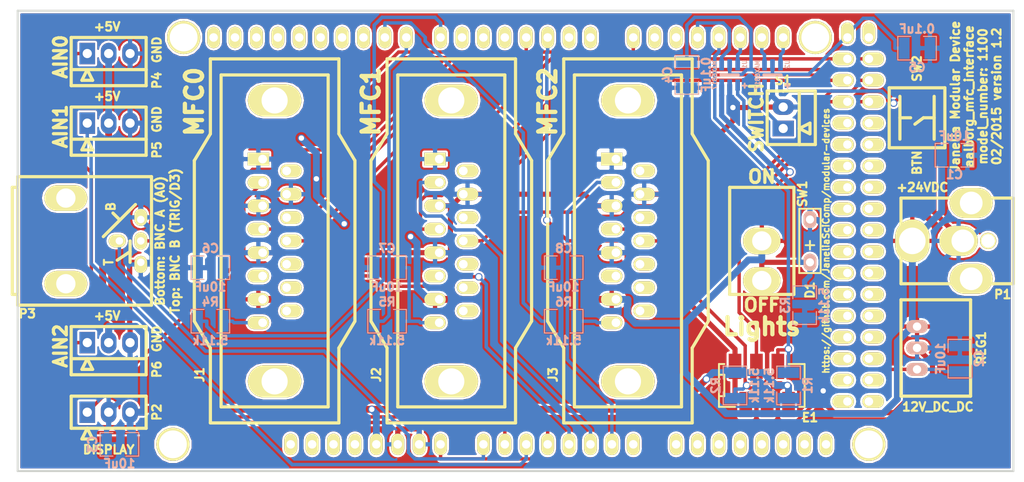
<source format=kicad_pcb>
(kicad_pcb (version 4) (host pcbnew 0.201502231246+5447~21~ubuntu14.04.1-product)
  (title_block (title aalborg_mfc_interface) (rev 1.2))
  (layers (0 F.Cu signal) (31 B.Cu signal) (34 B.Paste user) (35 F.Paste user) (36 B.SilkS user) (37 F.SilkS user) (38 B.Mask user) (39 F.Mask user) (44 Edge.Cuts user))
  (net 0 "")
  (net 1 VAA)
  (net 2 GND)
  (net 3 /V_IN)
  (net 4 +5V)
  (net 5 /ENC_BTN)
  (net 6 /ENC_B)
  (net 7 /ENC_A)
  (net 8 /TX3)
  (net 9 /D_ENC_BTN)
  (net 10 /D_LED_PWR)
  (net 11 /LED_PWR)
  (net 12 /ANALOG_IN_0)
  (net 13 /ANALOG_IN_1)
  (net 14 /ANALOG_IN_2)
  (net 15 /PWM_2)
  (net 16 /PWM_1)
  (net 17 /PWM_0)
  (net 18 /PURGE_0)
  (net 19 /VALVE_OFF_0)
  (net 20 /PURGE_1)
  (net 21 /VALVE_OFF_1)
  (net 22 /PURGE_2)
  (net 23 /VALVE_OFF_2)
  (net 24 /ANALOG_OUT_0)
  (net 25 /ANALOG_OUT_1)
  (net 26 /ANALOG_OUT_2)
  (net 27 +5VD)
  (net 28 /D_BTN)
  (net 29 /BTN)
  (net 30 /BNC_A)
  (net 31 /AIN_0)
  (net 32 /AIN_1)
  (net 33 /AIN_2)
  (net 34 /BNC_B)
  (net 35 /D_SWITCH)
  (net 36 /SWITCH)
  (module aalborg_mfc_interface:Header_3_Pin (layer F.Cu) (at 104.14 123.19 180)
    (fp_text reference P2 (at -5.715 0 270) (layer F.SilkS) (effects (font (size 1.016 1.016) (thickness 0.254))))
    (fp_text value HEADER_01X03 hide)
    (pad 2 thru_hole oval (at 0 0 180) (size 1.8542 2.54) (drill 1.0922) (layers *.Cu *.Mask) (net 2 GND))
    (pad 3 thru_hole oval (at -2.54 0 180) (size 1.8542 2.54) (drill 1.0922) (layers *.Cu *.Mask) (net 4 +5V))
    (pad 1 thru_hole rect (at 2.54 0 180) (size 1.8542 2.54) (drill 1.0922) (layers *.Cu *.Mask) (net 8 /TX3))
  )
  (module aalborg_mfc_interface:SPST_SERIES_M (layer F.Cu) (at 181.61 102.87 180)
    (fp_text reference SW1 (at -4.826 5.588 270) (layer F.SilkS) (effects (font (size 1.016 1.016) (thickness 0.254))))
    (fp_text value SPST_SERIES_M hide)
    (fp_text user Lights (at 0 -10.16 180) (layer F.SilkS) (effects (font (size 2.032 2.032) (thickness 0.508))))
    (fp_text user OFF (at 0 -7.62 180) (layer F.SilkS) (effects (font (thickness 0.381))))
    (fp_text user ON (at 0 7.62 180) (layer F.SilkS) (effects (font (thickness 0.381))))
    (pad 2 thru_hole oval (at 0 0 180) (size 4.445 3.175) (drill 2.286) (layers *.Cu *.Mask F.SilkS) (net 1 VAA))
    (pad 3 thru_hole oval (at 0 -4.699 180) (size 4.445 3.175) (drill 2.286) (layers *.Cu *.Mask F.SilkS) (net 11 /LED_PWR))
  )
  (module aalborg_mfc_interface:KT_SWITCH (layer F.Cu) (at 200.025 88.265 90)
    (fp_text reference SW2 (at 5.842 0 270) (layer F.SilkS) (effects (font (size 1.016 1.016) (thickness 0.254))))
    (fp_text value KT_SWITCH hide)
    (fp_text user BTN (at -5.334 0 90) (layer F.SilkS) (effects (font (size 1.016 1.016) (thickness 0.254))))
    (pad 2 smd rect (at 4.1275 -1.99898 90) (size 2.667 1.59004) (layers F.Cu F.Paste F.Mask) (net 29 /BTN))
    (pad 1 smd rect (at -4.1275 -1.99898 90) (size 2.667 1.59004) (layers F.Cu F.Paste F.Mask))
    (pad 4 smd rect (at 4.1275 1.99898 90) (size 2.667 1.59004) (layers F.Cu F.Paste F.Mask))
    (pad 3 smd rect (at -4.1275 1.99898 90) (size 2.667 1.59004) (layers F.Cu F.Paste F.Mask) (net 2 GND))
  )
  (module aalborg_mfc_interface:MAX6817 (layer B.Cu) (at 177.8 83.185 90)
    (fp_text reference U1 (at 1.27 1.778 90) (layer B.SilkS) (effects (font (size 0.508 0.508) (thickness 0.127)) (justify mirror)))
    (fp_text value MAX6817 (at 0 -1.778 270) (layer B.SilkS) (effects (font (size 0.508 0.508) (thickness 0.127)) (justify mirror)))
    (pad 1 smd rect (at -1.19888 0.94996 90) (size 1.33096 0.5588) (layers B.Cu B.Paste B.Mask) (net 5 /ENC_BTN) (clearance 0.1016))
    (pad 2 smd rect (at -1.19888 0 90) (size 1.33096 0.5588) (layers B.Cu B.Paste B.Mask) (net 2 GND) (clearance 0.1016))
    (pad 3 smd rect (at -1.19888 -0.94996 90) (size 1.33096 0.5588) (layers B.Cu B.Paste B.Mask) (net 11 /LED_PWR) (clearance 0.1016))
    (pad 4 smd rect (at 1.19888 -0.94996 90) (size 1.33096 0.5588) (layers B.Cu B.Paste B.Mask) (net 10 /D_LED_PWR) (clearance 0.1016))
    (pad 5 smd rect (at 1.19888 0 90) (size 1.33096 0.5588) (layers B.Cu B.Paste B.Mask) (net 27 +5VD) (clearance 0.1016))
    (pad 6 smd rect (at 1.19888 0.94996 90) (size 1.33096 0.5588) (layers B.Cu B.Paste B.Mask) (net 9 /D_ENC_BTN) (clearance 0.1016))
  )
  (module aalborg_mfc_interface:MAX6817 (layer B.Cu) (at 182.88 83.185 90)
    (fp_text reference U2 (at 1.27 1.778 90) (layer B.SilkS) (effects (font (size 0.508 0.508) (thickness 0.127)) (justify mirror)))
    (fp_text value MAX6817 (at 0 -1.778 270) (layer B.SilkS) (effects (font (size 0.508 0.508) (thickness 0.127)) (justify mirror)))
    (pad 1 smd rect (at -1.19888 0.94996 90) (size 1.33096 0.5588) (layers B.Cu B.Paste B.Mask) (net 29 /BTN) (clearance 0.1016))
    (pad 2 smd rect (at -1.19888 0 90) (size 1.33096 0.5588) (layers B.Cu B.Paste B.Mask) (net 2 GND) (clearance 0.1016))
    (pad 3 smd rect (at -1.19888 -0.94996 90) (size 1.33096 0.5588) (layers B.Cu B.Paste B.Mask) (net 36 /SWITCH) (clearance 0.1016))
    (pad 4 smd rect (at 1.19888 -0.94996 90) (size 1.33096 0.5588) (layers B.Cu B.Paste B.Mask) (net 35 /D_SWITCH) (clearance 0.1016))
    (pad 5 smd rect (at 1.19888 0 90) (size 1.33096 0.5588) (layers B.Cu B.Paste B.Mask) (net 27 +5VD) (clearance 0.1016))
    (pad 6 smd rect (at 1.19888 0.94996 90) (size 1.33096 0.5588) (layers B.Cu B.Paste B.Mask) (net 28 /D_BTN) (clearance 0.1016))
  )
  (module aalborg_mfc_interface:SM1210 (layer B.Cu) (at 116.205 112.395 180)
    (fp_text reference R4 (at 0 2.286 180) (layer B.SilkS) (effects (font (size 1.016 1.016) (thickness 0.254)) (justify mirror)))
    (fp_text value 5.11k (at 0 -2.286 180) (layer B.SilkS) (effects (font (size 1.016 1.016) (thickness 0.254)) (justify mirror)))
    (pad 1 smd rect (at -1.524 0 180) (size 1.27 2.54) (layers B.Cu B.Paste B.Mask) (net 24 /ANALOG_OUT_0))
    (pad 2 smd rect (at 1.524 0 180) (size 1.27 2.54) (layers B.Cu B.Paste B.Mask) (net 17 /PWM_0))
  )
  (module aalborg_mfc_interface:SM1210 (layer B.Cu) (at 178.435 120.015 270)
    (fp_text reference R2 (at 0 2.286 270) (layer B.SilkS) (effects (font (size 1.016 1.016) (thickness 0.254)) (justify mirror)))
    (fp_text value 5.11k (at 0 -2.286 270) (layer B.SilkS) (effects (font (size 1.016 1.016) (thickness 0.254)) (justify mirror)))
    (pad 1 smd rect (at -1.524 0 270) (size 1.27 2.54) (layers B.Cu B.Paste B.Mask) (net 4 +5V))
    (pad 2 smd rect (at 1.524 0 270) (size 1.27 2.54) (layers B.Cu B.Paste B.Mask) (net 6 /ENC_B))
  )
  (module aalborg_mfc_interface:SM1210 (layer B.Cu) (at 184.785 120.015 90)
    (fp_text reference R1 (at 0 2.286 90) (layer B.SilkS) (effects (font (size 1.016 1.016) (thickness 0.254)) (justify mirror)))
    (fp_text value 5.11k (at 0 -2.286 90) (layer B.SilkS) (effects (font (size 1.016 1.016) (thickness 0.254)) (justify mirror)))
    (pad 1 smd rect (at -1.524 0 90) (size 1.27 2.54) (layers B.Cu B.Paste B.Mask) (net 4 +5V))
    (pad 2 smd rect (at 1.524 0 90) (size 1.27 2.54) (layers B.Cu B.Paste B.Mask) (net 7 /ENC_A))
  )
  (module aalborg_mfc_interface:SM1210 (layer B.Cu) (at 116.205 106.045 180)
    (fp_text reference C6 (at 0 2.286 180) (layer B.SilkS) (effects (font (size 1.016 1.016) (thickness 0.254)) (justify mirror)))
    (fp_text value 10uF (at 0 -2.286 180) (layer B.SilkS) (effects (font (size 1.016 1.016) (thickness 0.254)) (justify mirror)))
    (pad 1 smd rect (at -1.524 0 180) (size 1.27 2.54) (layers B.Cu B.Paste B.Mask) (net 24 /ANALOG_OUT_0))
    (pad 2 smd rect (at 1.524 0 180) (size 1.27 2.54) (layers B.Cu B.Paste B.Mask) (net 2 GND))
  )
  (module aalborg_mfc_interface:SM1210 (layer B.Cu) (at 200.025 80.01)
    (fp_text reference C5 (at 0 2.286) (layer B.SilkS) (effects (font (size 1.016 1.016) (thickness 0.254)) (justify mirror)))
    (fp_text value 0.1uF (at 0 -2.286) (layer B.SilkS) (effects (font (size 1.016 1.016) (thickness 0.254)) (justify mirror)))
    (pad 1 smd rect (at -1.524 0) (size 1.27 2.54) (layers B.Cu B.Paste B.Mask) (net 27 +5VD))
    (pad 2 smd rect (at 1.524 0) (size 1.27 2.54) (layers B.Cu B.Paste B.Mask) (net 2 GND))
  )
  (module aalborg_mfc_interface:SM1210 (layer B.Cu) (at 172.72 83.185 270)
    (fp_text reference C4 (at 0 2.286 270) (layer B.SilkS) (effects (font (size 1.016 1.016) (thickness 0.254)) (justify mirror)))
    (fp_text value 0.1uF (at 0 -2.286 270) (layer B.SilkS) (effects (font (size 1.016 1.016) (thickness 0.254)) (justify mirror)))
    (pad 1 smd rect (at -1.524 0 270) (size 1.27 2.54) (layers B.Cu B.Paste B.Mask) (net 27 +5VD))
    (pad 2 smd rect (at 1.524 0 270) (size 1.27 2.54) (layers B.Cu B.Paste B.Mask) (net 2 GND))
  )
  (module aalborg_mfc_interface:SM1210 (layer B.Cu) (at 105.41 127 180)
    (fp_text reference C3 (at 3.175 0 270) (layer B.SilkS) (effects (font (size 1.016 1.016) (thickness 0.254)) (justify mirror)))
    (fp_text value 10uF (at 0 -2.286 180) (layer B.SilkS) (effects (font (size 1.016 1.016) (thickness 0.254)) (justify mirror)))
    (pad 1 smd rect (at -1.524 0 180) (size 1.27 2.54) (layers B.Cu B.Paste B.Mask) (net 4 +5V))
    (pad 2 smd rect (at 1.524 0 180) (size 1.27 2.54) (layers B.Cu B.Paste B.Mask) (net 2 GND))
  )
  (module aalborg_mfc_interface:SM1210 (layer B.Cu) (at 205.105 116.84 90)
    (fp_text reference C2 (at 0 2.286 90) (layer B.SilkS) (effects (font (size 1.016 1.016) (thickness 0.254)) (justify mirror)))
    (fp_text value 10uF (at 0 -2.286 90) (layer B.SilkS) (effects (font (size 1.016 1.016) (thickness 0.254)) (justify mirror)))
    (pad 1 smd rect (at -1.524 0 90) (size 1.27 2.54) (layers B.Cu B.Paste B.Mask) (net 3 /V_IN))
    (pad 2 smd rect (at 1.524 0 90) (size 1.27 2.54) (layers B.Cu B.Paste B.Mask) (net 2 GND))
  )
  (module aalborg_mfc_interface:SM1210 (layer B.Cu) (at 204.47 92.71)
    (fp_text reference C1 (at 0 2.286) (layer B.SilkS) (effects (font (size 1.016 1.016) (thickness 0.254)) (justify mirror)))
    (fp_text value 10uF (at 0 -2.286) (layer B.SilkS) (effects (font (size 1.016 1.016) (thickness 0.254)) (justify mirror)))
    (pad 1 smd rect (at -1.524 0) (size 1.27 2.54) (layers B.Cu B.Paste B.Mask) (net 1 VAA))
    (pad 2 smd rect (at 1.524 0) (size 1.27 2.54) (layers B.Cu B.Paste B.Mask) (net 2 GND))
  )
  (module aalborg_mfc_interface:SM1210 (layer B.Cu) (at 186.69 110.49 270)
    (fp_text reference R3 (at 0 2.286 270) (layer B.SilkS) (effects (font (size 1.016 1.016) (thickness 0.254)) (justify mirror)))
    (fp_text value 5.11k (at 0 -2.286 270) (layer B.SilkS) (effects (font (size 1.016 1.016) (thickness 0.254)) (justify mirror)))
    (pad 1 smd rect (at -1.524 0 270) (size 1.27 2.54) (layers B.Cu B.Paste B.Mask) (net 11 /LED_PWR))
    (pad 2 smd rect (at 1.524 0 270) (size 1.27 2.54) (layers B.Cu B.Paste B.Mask) (net 2 GND))
  )
  (module aalborg_mfc_interface:DCJACK_2PIN_HIGHCURRENT (layer F.Cu) (at 211.455 102.87 270)
    (fp_text reference P1 (at 6.35 1.27 360) (layer F.SilkS) (effects (font (size 1.016 1.016) (thickness 0.254))))
    (fp_text value PWR_JACK_2.5x5.5 hide)
    (pad "" thru_hole circle (at 0 2.9972 270) (size 1.9304 1.9304) (drill 1.6002) (layers *.Cu *.Mask F.SilkS))
    (pad 2 thru_hole oval (at 0 5.9944 270) (size 3.556 4.572) (drill 2.6924 (offset 0 0.508)) (layers *.Cu *.Mask F.SilkS) (net 2 GND))
    (pad 1 thru_hole oval (at 0 11.9888 270) (size 5.08 4.064) (drill 3.1496) (layers *.Cu *.Mask F.SilkS) (net 1 VAA))
    (pad "" thru_hole oval (at -4.4958 5.0038 270) (size 3.556 5.08) (drill 2.6924) (layers *.Cu *.Mask F.SilkS))
    (pad "" thru_hole oval (at 4.4958 5.0038 270) (size 3.556 5.08) (drill 2.6924) (layers *.Cu *.Mask F.SilkS))
  )
  (module aalborg_mfc_interface:DC_DC_CONV_R78C (layer F.Cu) (at 200.025 115.57 270)
    (fp_text reference REG1 (at 0 -7.62 270) (layer F.SilkS) (effects (font (size 1.016 1.016) (thickness 0.254))))
    (fp_text value CONV_DC_DC_12V_1A hide)
    (pad 2 thru_hole oval (at 0 0 270) (size 1.524 2.54) (drill 0.9906) (layers *.Cu *.SilkS *.Mask) (net 2 GND))
    (pad 3 thru_hole oval (at 2.54 0 270) (size 1.524 2.54) (drill 0.9906) (layers *.Cu *.SilkS *.Mask) (net 3 /V_IN))
    (pad 1 thru_hole oval (at -2.54 0 270) (size 1.524 2.54) (drill 0.9906) (layers *.Cu *.SilkS *.Mask) (net 1 VAA))
  )
  (module aalborg_mfc_interface:SM1210 (layer B.Cu) (at 137.16 112.395 180)
    (fp_text reference R5 (at 0 2.286 180) (layer B.SilkS) (effects (font (size 1.016 1.016) (thickness 0.254)) (justify mirror)))
    (fp_text value 5.11k (at 0 -2.286 180) (layer B.SilkS) (effects (font (size 1.016 1.016) (thickness 0.254)) (justify mirror)))
    (pad 1 smd rect (at -1.524 0 180) (size 1.27 2.54) (layers B.Cu B.Paste B.Mask) (net 25 /ANALOG_OUT_1))
    (pad 2 smd rect (at 1.524 0 180) (size 1.27 2.54) (layers B.Cu B.Paste B.Mask) (net 16 /PWM_1))
  )
  (module aalborg_mfc_interface:ARDUINO_MEGA_SHIELD (layer F.Cu) (at 97.79 129.54)
    (fp_text reference ARDUINO1 hide)
    (fp_text value ARDUINO_MEGA hide)
    (pad "" thru_hole circle (at 13.97 -2.54) (size 3.937 3.937) (drill 3.302) (layers *.Cu *.Mask F.SilkS))
    (pad "" thru_hole circle (at 15.24 -50.8) (size 3.937 3.937) (drill 3.302) (layers *.Cu *.Mask F.SilkS))
    (pad "" thru_hole circle (at 96.52 -2.54) (size 3.937 3.937) (drill 3.302) (layers *.Cu *.Mask F.SilkS))
    (pad "" thru_hole circle (at 90.17 -50.8) (size 3.937 3.937) (drill 3.302) (layers *.Cu *.Mask F.SilkS))
    (pad NC thru_hole oval (at 27.94 -2.54 90) (size 2.54 1.524) (drill 1.016) (layers *.Cu *.Mask F.SilkS))
    (pad IREF thru_hole oval (at 30.48 -2.54 90) (size 2.54 1.524) (drill 1.016) (layers *.Cu *.Mask F.SilkS))
    (pad RST thru_hole oval (at 33.02 -2.54 90) (size 2.54 1.524) (drill 1.016) (layers *.Cu *.Mask F.SilkS))
    (pad 3V3 thru_hole oval (at 35.56 -2.54 90) (size 2.54 1.524) (drill 1.016) (layers *.Cu *.Mask F.SilkS))
    (pad 5V_1 thru_hole oval (at 38.1 -2.54 90) (size 2.54 1.524) (drill 1.016) (layers *.Cu *.Mask F.SilkS) (net 4 +5V))
    (pad GND1 thru_hole oval (at 40.64 -2.54 90) (size 2.54 1.524) (drill 1.016) (layers *.Cu *.Mask F.SilkS) (net 2 GND))
    (pad GND2 thru_hole oval (at 43.18 -2.54 90) (size 2.54 1.524) (drill 1.016) (layers *.Cu *.Mask F.SilkS) (net 2 GND))
    (pad V_IN thru_hole oval (at 45.72 -2.54 90) (size 2.54 1.524) (drill 1.016) (layers *.Cu *.Mask F.SilkS) (net 3 /V_IN))
    (pad A0 thru_hole oval (at 50.8 -2.54 90) (size 2.54 1.524) (drill 1.016) (layers *.Cu *.Mask F.SilkS) (net 30 /BNC_A))
    (pad A1 thru_hole oval (at 53.34 -2.54 90) (size 2.54 1.524) (drill 1.016) (layers *.Cu *.Mask F.SilkS) (net 31 /AIN_0))
    (pad A2 thru_hole oval (at 55.88 -2.54 90) (size 2.54 1.524) (drill 1.016) (layers *.Cu *.Mask F.SilkS) (net 32 /AIN_1))
    (pad A3 thru_hole oval (at 58.42 -2.54 90) (size 2.54 1.524) (drill 1.016) (layers *.Cu *.Mask F.SilkS) (net 33 /AIN_2))
    (pad A4 thru_hole oval (at 60.96 -2.54 90) (size 2.54 1.524) (drill 1.016) (layers *.Cu *.Mask F.SilkS) (net 12 /ANALOG_IN_0))
    (pad A5 thru_hole oval (at 63.5 -2.54 90) (size 2.54 1.524) (drill 1.016) (layers *.Cu *.Mask F.SilkS) (net 13 /ANALOG_IN_1))
    (pad A6 thru_hole oval (at 66.04 -2.54 90) (size 2.54 1.524) (drill 1.016) (layers *.Cu *.Mask F.SilkS) (net 14 /ANALOG_IN_2))
    (pad A7 thru_hole oval (at 68.58 -2.54 90) (size 2.54 1.524) (drill 1.016) (layers *.Cu *.Mask F.SilkS))
    (pad A8 thru_hole oval (at 73.66 -2.54 90) (size 2.54 1.524) (drill 1.016) (layers *.Cu *.Mask F.SilkS))
    (pad A9 thru_hole oval (at 76.2 -2.54 90) (size 2.54 1.524) (drill 1.016) (layers *.Cu *.Mask F.SilkS))
    (pad A10 thru_hole oval (at 78.74 -2.54 90) (size 2.54 1.524) (drill 1.016) (layers *.Cu *.Mask F.SilkS))
    (pad A11 thru_hole oval (at 81.28 -2.54 90) (size 2.54 1.524) (drill 1.016) (layers *.Cu *.Mask F.SilkS))
    (pad A12 thru_hole oval (at 83.82 -2.54 90) (size 2.54 1.524) (drill 1.016) (layers *.Cu *.Mask F.SilkS))
    (pad A13 thru_hole oval (at 86.36 -2.54 90) (size 2.54 1.524) (drill 1.016) (layers *.Cu *.Mask F.SilkS))
    (pad A14 thru_hole oval (at 88.9 -2.54 90) (size 2.54 1.524) (drill 1.016) (layers *.Cu *.Mask F.SilkS))
    (pad A15 thru_hole oval (at 91.44 -2.54 90) (size 2.54 1.524) (drill 1.016) (layers *.Cu *.Mask F.SilkS))
    (pad 21B thru_hole oval (at 18.796 -50.8 90) (size 2.54 1.524) (drill 1.016) (layers *.Cu *.Mask F.SilkS))
    (pad 20B thru_hole oval (at 21.336 -50.8 90) (size 2.54 1.524) (drill 1.016) (layers *.Cu *.Mask F.SilkS))
    (pad AREF thru_hole oval (at 23.876 -50.8 90) (size 2.54 1.524) (drill 1.016) (layers *.Cu *.Mask F.SilkS))
    (pad GND3 thru_hole oval (at 26.416 -50.8 90) (size 2.54 1.524) (drill 1.016) (layers *.Cu *.Mask F.SilkS))
    (pad 13 thru_hole oval (at 28.956 -50.8 90) (size 2.54 1.524) (drill 1.016) (layers *.Cu *.Mask F.SilkS))
    (pad 12 thru_hole oval (at 31.496 -50.8 90) (size 2.54 1.524) (drill 1.016) (layers *.Cu *.Mask F.SilkS))
    (pad 11 thru_hole oval (at 34.036 -50.8 90) (size 2.54 1.524) (drill 1.016) (layers *.Cu *.Mask F.SilkS))
    (pad 10 thru_hole oval (at 36.576 -50.8 90) (size 2.54 1.524) (drill 1.016) (layers *.Cu *.Mask F.SilkS))
    (pad 9 thru_hole oval (at 39.116 -50.8 90) (size 2.54 1.524) (drill 1.016) (layers *.Cu *.Mask F.SilkS) (net 15 /PWM_2))
    (pad 8 thru_hole oval (at 41.656 -50.8 90) (size 2.54 1.524) (drill 1.016) (layers *.Cu *.Mask F.SilkS) (net 16 /PWM_1))
    (pad 7 thru_hole oval (at 45.72 -50.8 90) (size 2.54 1.524) (drill 1.016) (layers *.Cu *.Mask F.SilkS) (net 17 /PWM_0))
    (pad 0 thru_hole oval (at 63.5 -50.8 90) (size 2.54 1.524) (drill 1.016) (layers *.Cu *.Mask F.SilkS))
    (pad 1 thru_hole oval (at 60.96 -50.8 90) (size 2.54 1.524) (drill 1.016) (layers *.Cu *.Mask F.SilkS))
    (pad 2 thru_hole oval (at 58.42 -50.8 90) (size 2.54 1.524) (drill 1.016) (layers *.Cu *.Mask F.SilkS) (net 6 /ENC_B))
    (pad 3 thru_hole oval (at 55.88 -50.8 90) (size 2.54 1.524) (drill 1.016) (layers *.Cu *.Mask F.SilkS) (net 34 /BNC_B))
    (pad 4 thru_hole oval (at 53.34 -50.8 90) (size 2.54 1.524) (drill 1.016) (layers *.Cu *.Mask F.SilkS))
    (pad 5 thru_hole oval (at 50.8 -50.8 90) (size 2.54 1.524) (drill 1.016) (layers *.Cu *.Mask F.SilkS))
    (pad 6 thru_hole oval (at 48.26 -50.8 90) (size 2.54 1.524) (drill 1.016) (layers *.Cu *.Mask F.SilkS))
    (pad 14 thru_hole oval (at 68.58 -50.8 90) (size 2.54 1.524) (drill 1.016) (layers *.Cu *.Mask F.SilkS) (net 8 /TX3))
    (pad 15 thru_hole oval (at 71.12 -50.8 90) (size 2.54 1.524) (drill 1.016) (layers *.Cu *.Mask F.SilkS))
    (pad 16 thru_hole oval (at 73.66 -50.8 90) (size 2.54 1.524) (drill 1.016) (layers *.Cu *.Mask F.SilkS))
    (pad 17 thru_hole oval (at 76.2 -50.8 90) (size 2.54 1.524) (drill 1.016) (layers *.Cu *.Mask F.SilkS) (net 10 /D_LED_PWR))
    (pad 18 thru_hole oval (at 78.74 -50.8 90) (size 2.54 1.524) (drill 1.016) (layers *.Cu *.Mask F.SilkS) (net 7 /ENC_A))
    (pad 19 thru_hole oval (at 81.28 -50.8 90) (size 2.54 1.524) (drill 1.016) (layers *.Cu *.Mask F.SilkS) (net 9 /D_ENC_BTN))
    (pad 20 thru_hole oval (at 83.82 -50.8 90) (size 2.54 1.524) (drill 1.016) (layers *.Cu *.Mask F.SilkS) (net 35 /D_SWITCH))
    (pad 21 thru_hole oval (at 86.36 -50.8 90) (size 2.54 1.524) (drill 1.016) (layers *.Cu *.Mask F.SilkS) (net 28 /D_BTN))
    (pad 5V_4 thru_hole oval (at 93.98 -50.8 90) (size 2.54 1.524) (drill 1.016 (offset 0.508 0)) (layers *.Cu *.Mask F.SilkS) (net 27 +5VD))
    (pad 5V_5 thru_hole oval (at 96.52 -50.8 90) (size 2.54 1.524) (drill 1.016 (offset 0.508 0)) (layers *.Cu *.Mask F.SilkS))
    (pad 22 thru_hole oval (at 93.98 -48.26 90) (size 1.524 2.54) (drill 1.016 (offset 0 -0.508)) (layers *.Cu *.Mask F.SilkS) (net 18 /PURGE_0))
    (pad 23 thru_hole oval (at 96.52 -48.26 90) (size 1.524 2.54) (drill 1.016 (offset 0 0.508)) (layers *.Cu *.Mask F.SilkS) (net 19 /VALVE_OFF_0))
    (pad 24 thru_hole oval (at 93.98 -45.72 90) (size 1.524 2.54) (drill 1.016 (offset 0 -0.508)) (layers *.Cu *.Mask F.SilkS) (net 20 /PURGE_1))
    (pad 25 thru_hole oval (at 96.52 -45.72 90) (size 1.524 2.54) (drill 1.016 (offset 0 0.508)) (layers *.Cu *.Mask F.SilkS) (net 21 /VALVE_OFF_1))
    (pad 26 thru_hole oval (at 93.98 -43.18 90) (size 1.524 2.54) (drill 1.016 (offset 0 -0.508)) (layers *.Cu *.Mask F.SilkS) (net 22 /PURGE_2))
    (pad 27 thru_hole oval (at 96.52 -43.18 90) (size 1.524 2.54) (drill 1.016 (offset 0 0.508)) (layers *.Cu *.Mask F.SilkS) (net 23 /VALVE_OFF_2))
    (pad 28 thru_hole oval (at 93.98 -40.64 90) (size 1.524 2.54) (drill 1.016 (offset 0 -0.508)) (layers *.Cu *.Mask F.SilkS))
    (pad 29 thru_hole oval (at 96.52 -40.64 90) (size 1.524 2.54) (drill 1.016 (offset 0 0.508)) (layers *.Cu *.Mask F.SilkS))
    (pad 30 thru_hole oval (at 93.98 -38.1 90) (size 1.524 2.54) (drill 1.016 (offset 0 -0.508)) (layers *.Cu *.Mask F.SilkS))
    (pad 31 thru_hole oval (at 96.52 -38.1 90) (size 1.524 2.54) (drill 1.016 (offset 0 0.508)) (layers *.Cu *.Mask F.SilkS))
    (pad 32 thru_hole oval (at 93.98 -35.56 90) (size 1.524 2.54) (drill 1.016 (offset 0 -0.508)) (layers *.Cu *.Mask F.SilkS))
    (pad 33 thru_hole oval (at 96.52 -35.56 90) (size 1.524 2.54) (drill 1.016 (offset 0 0.508)) (layers *.Cu *.Mask F.SilkS))
    (pad 34 thru_hole oval (at 93.98 -33.02 90) (size 1.524 2.54) (drill 1.016 (offset 0 -0.508)) (layers *.Cu *.Mask F.SilkS))
    (pad 35 thru_hole oval (at 96.52 -33.02 90) (size 1.524 2.54) (drill 1.016 (offset 0 0.508)) (layers *.Cu *.Mask F.SilkS))
    (pad 36 thru_hole oval (at 93.98 -30.48 90) (size 1.524 2.54) (drill 1.016 (offset 0 -0.508)) (layers *.Cu *.Mask F.SilkS))
    (pad 37 thru_hole oval (at 96.52 -30.48 90) (size 1.524 2.54) (drill 1.016 (offset 0 0.508)) (layers *.Cu *.Mask F.SilkS))
    (pad 38 thru_hole oval (at 93.98 -27.94 90) (size 1.524 2.54) (drill 1.016 (offset 0 -0.508)) (layers *.Cu *.Mask F.SilkS))
    (pad 39 thru_hole oval (at 96.52 -27.94 90) (size 1.524 2.54) (drill 1.016 (offset 0 0.508)) (layers *.Cu *.Mask F.SilkS))
    (pad 40 thru_hole oval (at 93.98 -25.4 90) (size 1.524 2.54) (drill 1.016 (offset 0 -0.508)) (layers *.Cu *.Mask F.SilkS))
    (pad 41 thru_hole oval (at 96.52 -25.4 90) (size 1.524 2.54) (drill 1.016 (offset 0 0.508)) (layers *.Cu *.Mask F.SilkS))
    (pad 42 thru_hole oval (at 93.98 -22.86 90) (size 1.524 2.54) (drill 1.016 (offset 0 -0.508)) (layers *.Cu *.Mask F.SilkS))
    (pad 43 thru_hole oval (at 96.52 -22.86 90) (size 1.524 2.54) (drill 1.016 (offset 0 0.508)) (layers *.Cu *.Mask F.SilkS))
    (pad 44 thru_hole oval (at 93.98 -20.32 90) (size 1.524 2.54) (drill 1.016 (offset 0 -0.508)) (layers *.Cu *.Mask F.SilkS))
    (pad 45 thru_hole oval (at 96.52 -20.32 90) (size 1.524 2.54) (drill 1.016 (offset 0 0.508)) (layers *.Cu *.Mask F.SilkS))
    (pad 46 thru_hole oval (at 93.98 -17.78 90) (size 1.524 2.54) (drill 1.016 (offset 0 -0.508)) (layers *.Cu *.Mask F.SilkS))
    (pad 47 thru_hole oval (at 96.52 -17.78 90) (size 1.524 2.54) (drill 1.016 (offset 0 0.508)) (layers *.Cu *.Mask F.SilkS))
    (pad 48 thru_hole oval (at 93.98 -15.24 90) (size 1.524 2.54) (drill 1.016 (offset 0 -0.508)) (layers *.Cu *.Mask F.SilkS))
    (pad 49 thru_hole oval (at 96.52 -15.24 90) (size 1.524 2.54) (drill 1.016 (offset 0 0.508)) (layers *.Cu *.Mask F.SilkS))
    (pad 50 thru_hole oval (at 93.98 -12.7 90) (size 1.524 2.54) (drill 1.016 (offset 0 -0.508)) (layers *.Cu *.Mask F.SilkS))
    (pad 51 thru_hole oval (at 96.52 -12.7 90) (size 1.524 2.54) (drill 1.016 (offset 0 0.508)) (layers *.Cu *.Mask F.SilkS))
    (pad 52 thru_hole oval (at 93.98 -10.16 90) (size 1.524 2.54) (drill 1.016 (offset 0 -0.508)) (layers *.Cu *.Mask F.SilkS))
    (pad 53 thru_hole oval (at 96.52 -10.16 90) (size 1.524 2.54) (drill 1.016 (offset 0 0.508)) (layers *.Cu *.Mask F.SilkS))
    (pad GND4 thru_hole oval (at 93.98 -7.62 90) (size 1.524 2.54) (drill 1.016 (offset 0 -0.508)) (layers *.Cu *.Mask F.SilkS))
    (pad GND5 thru_hole oval (at 96.52 -7.62 90) (size 1.524 2.54) (drill 1.016 (offset 0 0.508)) (layers *.Cu *.Mask F.SilkS))
  )
  (module aalborg_mfc_interface:LED_555-3XXX (layer F.Cu) (at 187.325 102.87 180)
    (fp_text reference D1 (at 0 -5.842 450) (layer F.SilkS) (effects (font (size 1.016 1.016) (thickness 0.254))))
    (fp_text value LED_24V hide)
    (pad 1 thru_hole oval (at 0 -2.54 180) (size 1.524 2.032) (drill 0.9652) (layers *.Cu *.SilkS *.Mask) (net 11 /LED_PWR))
    (pad 2 thru_hole oval (at 0 2.54 180) (size 1.524 2.032) (drill 0.9652) (layers *.Cu *.SilkS *.Mask) (net 2 GND))
  )
  (module aalborg_mfc_interface:DB15FD (layer F.Cu) (at 123.825 102.87 90)
    (fp_text reference J1 (at -15.875 -8.89 90) (layer F.SilkS) (effects (font (size 1.016 1.016) (thickness 0.254))))
    (fp_text value DB15FV hide)
    (pad "" thru_hole oval (at -16.6624 0 90) (size 3.81 6.35) (drill 3.0988) (layers *.Cu *.Mask F.SilkS))
    (pad "" thru_hole oval (at 16.6624 0 90) (size 3.81 6.35) (drill 3.0988) (layers *.Cu *.Mask F.SilkS))
    (pad 8 thru_hole oval (at -9.7028 -1.41986 90) (size 1.524 2.54) (drill 1.0414 (offset 0 -0.508)) (layers *.Cu *.Mask F.SilkS) (net 24 /ANALOG_OUT_0))
    (pad 7 thru_hole oval (at -6.9342 -1.41986 90) (size 1.524 2.54) (drill 1.0414 (offset 0 -0.508)) (layers *.Cu *.Mask F.SilkS) (net 1 VAA))
    (pad 6 thru_hole oval (at -4.1656 -1.41986 90) (size 1.524 2.54) (drill 1.0414 (offset 0 -0.508)) (layers *.Cu *.Mask F.SilkS))
    (pad 5 thru_hole oval (at -1.397 -1.41986 90) (size 1.524 2.54) (drill 1.0414 (offset 0 -0.508)) (layers *.Cu *.Mask F.SilkS) (net 2 GND))
    (pad 4 thru_hole oval (at 1.397 -1.41986 90) (size 1.524 2.54) (drill 1.0414 (offset 0 -0.508)) (layers *.Cu *.Mask F.SilkS) (net 18 /PURGE_0))
    (pad 3 thru_hole oval (at 4.1656 -1.41986 90) (size 1.524 2.54) (drill 1.0414 (offset 0 -0.508)) (layers *.Cu *.Mask F.SilkS) (net 2 GND))
    (pad 2 thru_hole oval (at 6.9342 -1.41986 90) (size 1.524 2.54) (drill 1.0414 (offset 0 -0.508)) (layers *.Cu *.Mask F.SilkS) (net 12 /ANALOG_IN_0))
    (pad 1 thru_hole rect (at 9.7028 -1.41986 90) (size 1.524 2.54) (drill 1.0414 (offset 0 -0.508)) (layers *.Cu *.Mask F.SilkS) (net 2 GND))
    (pad 15 thru_hole oval (at -8.3058 1.41986 90) (size 1.524 2.54) (drill 1.0414 (offset 0 0.508)) (layers *.Cu *.Mask F.SilkS))
    (pad 14 thru_hole oval (at -5.5372 1.41986 90) (size 1.524 2.54) (drill 1.0414 (offset 0 0.508)) (layers *.Cu *.Mask F.SilkS))
    (pad 13 thru_hole oval (at -2.7686 1.41986 90) (size 1.524 2.54) (drill 1.0414 (offset 0 0.508)) (layers *.Cu *.Mask F.SilkS))
    (pad 12 thru_hole oval (at 0 1.41986 90) (size 1.524 2.54) (drill 1.0414 (offset 0 0.508)) (layers *.Cu *.Mask F.SilkS) (net 19 /VALVE_OFF_0))
    (pad 11 thru_hole oval (at 2.7686 1.41986 90) (size 1.524 2.54) (drill 1.0414 (offset 0 0.508)) (layers *.Cu *.Mask F.SilkS))
    (pad 10 thru_hole oval (at 5.5372 1.41986 90) (size 1.524 2.54) (drill 1.0414 (offset 0 0.508)) (layers *.Cu *.Mask F.SilkS) (net 2 GND))
    (pad 9 thru_hole oval (at 8.3058 1.41986 90) (size 1.524 2.54) (drill 1.0414 (offset 0 0.508)) (layers *.Cu *.Mask F.SilkS))
  )
  (module aalborg_mfc_interface:DB15FD (layer F.Cu) (at 144.78 102.87 90)
    (fp_text reference J2 (at -15.875 -8.89 90) (layer F.SilkS) (effects (font (size 1.016 1.016) (thickness 0.254))))
    (fp_text value DB15FV hide)
    (pad "" thru_hole oval (at -16.6624 0 90) (size 3.81 6.35) (drill 3.0988) (layers *.Cu *.Mask F.SilkS))
    (pad "" thru_hole oval (at 16.6624 0 90) (size 3.81 6.35) (drill 3.0988) (layers *.Cu *.Mask F.SilkS))
    (pad 8 thru_hole oval (at -9.7028 -1.41986 90) (size 1.524 2.54) (drill 1.0414 (offset 0 -0.508)) (layers *.Cu *.Mask F.SilkS) (net 25 /ANALOG_OUT_1))
    (pad 7 thru_hole oval (at -6.9342 -1.41986 90) (size 1.524 2.54) (drill 1.0414 (offset 0 -0.508)) (layers *.Cu *.Mask F.SilkS) (net 1 VAA))
    (pad 6 thru_hole oval (at -4.1656 -1.41986 90) (size 1.524 2.54) (drill 1.0414 (offset 0 -0.508)) (layers *.Cu *.Mask F.SilkS))
    (pad 5 thru_hole oval (at -1.397 -1.41986 90) (size 1.524 2.54) (drill 1.0414 (offset 0 -0.508)) (layers *.Cu *.Mask F.SilkS) (net 2 GND))
    (pad 4 thru_hole oval (at 1.397 -1.41986 90) (size 1.524 2.54) (drill 1.0414 (offset 0 -0.508)) (layers *.Cu *.Mask F.SilkS) (net 20 /PURGE_1))
    (pad 3 thru_hole oval (at 4.1656 -1.41986 90) (size 1.524 2.54) (drill 1.0414 (offset 0 -0.508)) (layers *.Cu *.Mask F.SilkS) (net 2 GND))
    (pad 2 thru_hole oval (at 6.9342 -1.41986 90) (size 1.524 2.54) (drill 1.0414 (offset 0 -0.508)) (layers *.Cu *.Mask F.SilkS) (net 13 /ANALOG_IN_1))
    (pad 1 thru_hole rect (at 9.7028 -1.41986 90) (size 1.524 2.54) (drill 1.0414 (offset 0 -0.508)) (layers *.Cu *.Mask F.SilkS) (net 2 GND))
    (pad 15 thru_hole oval (at -8.3058 1.41986 90) (size 1.524 2.54) (drill 1.0414 (offset 0 0.508)) (layers *.Cu *.Mask F.SilkS))
    (pad 14 thru_hole oval (at -5.5372 1.41986 90) (size 1.524 2.54) (drill 1.0414 (offset 0 0.508)) (layers *.Cu *.Mask F.SilkS))
    (pad 13 thru_hole oval (at -2.7686 1.41986 90) (size 1.524 2.54) (drill 1.0414 (offset 0 0.508)) (layers *.Cu *.Mask F.SilkS))
    (pad 12 thru_hole oval (at 0 1.41986 90) (size 1.524 2.54) (drill 1.0414 (offset 0 0.508)) (layers *.Cu *.Mask F.SilkS) (net 21 /VALVE_OFF_1))
    (pad 11 thru_hole oval (at 2.7686 1.41986 90) (size 1.524 2.54) (drill 1.0414 (offset 0 0.508)) (layers *.Cu *.Mask F.SilkS))
    (pad 10 thru_hole oval (at 5.5372 1.41986 90) (size 1.524 2.54) (drill 1.0414 (offset 0 0.508)) (layers *.Cu *.Mask F.SilkS) (net 2 GND))
    (pad 9 thru_hole oval (at 8.3058 1.41986 90) (size 1.524 2.54) (drill 1.0414 (offset 0 0.508)) (layers *.Cu *.Mask F.SilkS))
  )
  (module aalborg_mfc_interface:SM1210 (layer B.Cu) (at 137.16 106.045 180)
    (fp_text reference C7 (at 0 2.286 180) (layer B.SilkS) (effects (font (size 1.016 1.016) (thickness 0.254)) (justify mirror)))
    (fp_text value 10uF (at 0 -2.286 180) (layer B.SilkS) (effects (font (size 1.016 1.016) (thickness 0.254)) (justify mirror)))
    (pad 1 smd rect (at -1.524 0 180) (size 1.27 2.54) (layers B.Cu B.Paste B.Mask) (net 25 /ANALOG_OUT_1))
    (pad 2 smd rect (at 1.524 0 180) (size 1.27 2.54) (layers B.Cu B.Paste B.Mask) (net 2 GND))
  )
  (module aalborg_mfc_interface:DB15FD (layer F.Cu) (at 165.735 102.87 90)
    (fp_text reference J3 (at -15.875 -8.89 90) (layer F.SilkS) (effects (font (size 1.016 1.016) (thickness 0.254))))
    (fp_text value DB15FV hide)
    (pad "" thru_hole oval (at -16.6624 0 90) (size 3.81 6.35) (drill 3.0988) (layers *.Cu *.Mask F.SilkS))
    (pad "" thru_hole oval (at 16.6624 0 90) (size 3.81 6.35) (drill 3.0988) (layers *.Cu *.Mask F.SilkS))
    (pad 8 thru_hole oval (at -9.7028 -1.41986 90) (size 1.524 2.54) (drill 1.0414 (offset 0 -0.508)) (layers *.Cu *.Mask F.SilkS) (net 26 /ANALOG_OUT_2))
    (pad 7 thru_hole oval (at -6.9342 -1.41986 90) (size 1.524 2.54) (drill 1.0414 (offset 0 -0.508)) (layers *.Cu *.Mask F.SilkS) (net 1 VAA))
    (pad 6 thru_hole oval (at -4.1656 -1.41986 90) (size 1.524 2.54) (drill 1.0414 (offset 0 -0.508)) (layers *.Cu *.Mask F.SilkS))
    (pad 5 thru_hole oval (at -1.397 -1.41986 90) (size 1.524 2.54) (drill 1.0414 (offset 0 -0.508)) (layers *.Cu *.Mask F.SilkS) (net 2 GND))
    (pad 4 thru_hole oval (at 1.397 -1.41986 90) (size 1.524 2.54) (drill 1.0414 (offset 0 -0.508)) (layers *.Cu *.Mask F.SilkS) (net 22 /PURGE_2))
    (pad 3 thru_hole oval (at 4.1656 -1.41986 90) (size 1.524 2.54) (drill 1.0414 (offset 0 -0.508)) (layers *.Cu *.Mask F.SilkS) (net 2 GND))
    (pad 2 thru_hole oval (at 6.9342 -1.41986 90) (size 1.524 2.54) (drill 1.0414 (offset 0 -0.508)) (layers *.Cu *.Mask F.SilkS) (net 14 /ANALOG_IN_2))
    (pad 1 thru_hole rect (at 9.7028 -1.41986 90) (size 1.524 2.54) (drill 1.0414 (offset 0 -0.508)) (layers *.Cu *.Mask F.SilkS) (net 2 GND))
    (pad 15 thru_hole oval (at -8.3058 1.41986 90) (size 1.524 2.54) (drill 1.0414 (offset 0 0.508)) (layers *.Cu *.Mask F.SilkS))
    (pad 14 thru_hole oval (at -5.5372 1.41986 90) (size 1.524 2.54) (drill 1.0414 (offset 0 0.508)) (layers *.Cu *.Mask F.SilkS))
    (pad 13 thru_hole oval (at -2.7686 1.41986 90) (size 1.524 2.54) (drill 1.0414 (offset 0 0.508)) (layers *.Cu *.Mask F.SilkS))
    (pad 12 thru_hole oval (at 0 1.41986 90) (size 1.524 2.54) (drill 1.0414 (offset 0 0.508)) (layers *.Cu *.Mask F.SilkS) (net 23 /VALVE_OFF_2))
    (pad 11 thru_hole oval (at 2.7686 1.41986 90) (size 1.524 2.54) (drill 1.0414 (offset 0 0.508)) (layers *.Cu *.Mask F.SilkS))
    (pad 10 thru_hole oval (at 5.5372 1.41986 90) (size 1.524 2.54) (drill 1.0414 (offset 0 0.508)) (layers *.Cu *.Mask F.SilkS) (net 2 GND))
    (pad 9 thru_hole oval (at 8.3058 1.41986 90) (size 1.524 2.54) (drill 1.0414 (offset 0 0.508)) (layers *.Cu *.Mask F.SilkS))
  )
  (module aalborg_mfc_interface:SM1210 (layer B.Cu) (at 158.115 112.395 180)
    (fp_text reference R6 (at 0 2.286 180) (layer B.SilkS) (effects (font (size 1.016 1.016) (thickness 0.254)) (justify mirror)))
    (fp_text value 5.11k (at 0 -2.286 180) (layer B.SilkS) (effects (font (size 1.016 1.016) (thickness 0.254)) (justify mirror)))
    (pad 1 smd rect (at -1.524 0 180) (size 1.27 2.54) (layers B.Cu B.Paste B.Mask) (net 26 /ANALOG_OUT_2))
    (pad 2 smd rect (at 1.524 0 180) (size 1.27 2.54) (layers B.Cu B.Paste B.Mask) (net 15 /PWM_2))
  )
  (module aalborg_mfc_interface:Header_Shrouded_3_Pin (layer F.Cu) (at 104.14 80.645 180)
    (fp_text reference P4 (at -5.715 -3.175 450) (layer F.SilkS) (effects (font (size 1.016 1.016) (thickness 0.254))))
    (fp_text value HEADER_01X03_SHR hide)
    (pad 2 thru_hole oval (at 0 0 180) (size 1.8542 2.54) (drill 1.0922) (layers *.Cu *.Mask) (net 4 +5V))
    (pad 3 thru_hole oval (at -2.54 0 180) (size 1.8542 2.54) (drill 1.0922) (layers *.Cu *.Mask) (net 2 GND))
    (pad 1 thru_hole rect (at 2.54 0 180) (size 1.8542 2.54) (drill 1.0922) (layers *.Cu *.Mask) (net 31 /AIN_0))
  )
  (module aalborg_mfc_interface:Header_Shrouded_3_Pin (layer F.Cu) (at 104.14 88.9 180)
    (fp_text reference P5 (at -5.715 -3.175 450) (layer F.SilkS) (effects (font (size 1.016 1.016) (thickness 0.254))))
    (fp_text value HEADER_01X03_SHR hide)
    (pad 2 thru_hole oval (at 0 0 180) (size 1.8542 2.54) (drill 1.0922) (layers *.Cu *.Mask) (net 4 +5V))
    (pad 3 thru_hole oval (at -2.54 0 180) (size 1.8542 2.54) (drill 1.0922) (layers *.Cu *.Mask) (net 2 GND))
    (pad 1 thru_hole rect (at 2.54 0 180) (size 1.8542 2.54) (drill 1.0922) (layers *.Cu *.Mask) (net 32 /AIN_1))
  )
  (module aalborg_mfc_interface:Micro-MaTch_6_SMD (layer F.Cu) (at 181.61 120.015)
    (fp_text reference E1 (at 5.715 3.81) (layer F.SilkS) (effects (font (size 1.016 1.016) (thickness 0.254))))
    (fp_text value ENCODER_C14 hide)
    (pad 1 smd rect (at -3.175 -2.2606) (size 1.4986 2.9972) (layers F.Cu F.Paste F.Mask) (net 2 GND))
    (pad 2 smd rect (at -1.905 2.2606) (size 1.4986 2.9972) (layers F.Cu F.Paste F.Mask) (net 2 GND))
    (pad 3 smd rect (at -0.635 -2.2606) (size 1.4986 2.9972) (layers F.Cu F.Paste F.Mask) (net 5 /ENC_BTN))
    (pad 4 smd rect (at 0.635 2.2606) (size 1.4986 2.9972) (layers F.Cu F.Paste F.Mask) (net 6 /ENC_B))
    (pad 5 smd rect (at 1.905 -2.2606) (size 1.4986 2.9972) (layers F.Cu F.Paste F.Mask) (net 7 /ENC_A))
    (pad 6 smd rect (at 3.175 2.2606) (size 1.4986 2.9972) (layers F.Cu F.Paste F.Mask) (net 4 +5V))
  )
  (module aalborg_mfc_interface:SM1210 (layer B.Cu) (at 158.115 106.045 180)
    (fp_text reference C8 (at 0 2.286 180) (layer B.SilkS) (effects (font (size 1.016 1.016) (thickness 0.254)) (justify mirror)))
    (fp_text value 10uF (at 0 -2.286 180) (layer B.SilkS) (effects (font (size 1.016 1.016) (thickness 0.254)) (justify mirror)))
    (pad 1 smd rect (at -1.524 0 180) (size 1.27 2.54) (layers B.Cu B.Paste B.Mask) (net 26 /ANALOG_OUT_2))
    (pad 2 smd rect (at 1.524 0 180) (size 1.27 2.54) (layers B.Cu B.Paste B.Mask) (net 2 GND))
  )
  (module aalborg_mfc_interface:Header_Shrouded_2_Pin (layer F.Cu) (at 184.15 88.265 270)
    (fp_text reference S1 (at -4.445 0 360) (layer F.SilkS) (effects (font (size 1.016 1.016) (thickness 0.254))))
    (fp_text value HEADER_01X02_SHR hide)
    (pad 2 thru_hole oval (at -1.27 0 270) (size 1.8542 2.54) (drill 1.0922) (layers *.Cu *.Mask) (net 2 GND))
    (pad 1 thru_hole rect (at 1.27 0 270) (size 1.8542 2.54) (drill 1.0922) (layers *.Cu *.Mask) (net 36 /SWITCH))
  )
  (module aalborg_mfc_interface:Header_Shrouded_3_Pin (layer F.Cu) (at 104.14 114.935 180)
    (fp_text reference P6 (at -5.715 -3.175 450) (layer F.SilkS) (effects (font (size 1.016 1.016) (thickness 0.254))))
    (fp_text value HEADER_01X03_SHR hide)
    (pad 2 thru_hole oval (at 0 0 180) (size 1.8542 2.54) (drill 1.0922) (layers *.Cu *.Mask) (net 4 +5V))
    (pad 3 thru_hole oval (at -2.54 0 180) (size 1.8542 2.54) (drill 1.0922) (layers *.Cu *.Mask) (net 2 GND))
    (pad 1 thru_hole rect (at 2.54 0 180) (size 1.8542 2.54) (drill 1.0922) (layers *.Cu *.Mask) (net 33 /AIN_2))
  )
  (module aalborg_mfc_interface:BNC_DOUBLE (layer F.Cu) (at 99.06 102.87 90)
    (fp_text reference P3 (at -8.636 -4.572 360) (layer F.SilkS) (effects (font (size 1.016 1.016) (thickness 0.254))))
    (fp_text value BNC_DOUBLE_RA hide)
    (fp_text user "Top: BNC B (TRIG/D3)" (at 0 12.954 90) (layer F.SilkS) (effects (font (size 1.016 1.016) (thickness 0.254))))
    (fp_text user "Bottom: BNC A (A0)" (at 0 11.176 90) (layer F.SilkS) (effects (font (size 1.016 1.016) (thickness 0.254))))
    (fp_text user B (at 4.064 5.334 90) (layer F.SilkS) (effects (font (size 1.016 1.016) (thickness 0.254))))
    (fp_text user T (at -2.54 5.08 90) (layer F.SilkS) (effects (font (size 1.016 1.016) (thickness 0.254))))
    (pad "" thru_hole oval (at -5.08 0 90) (size 3.048 5.08) (drill 2.286) (layers *.Cu *.Mask F.SilkS))
    (pad "" thru_hole oval (at 5.08 0 90) (size 3.048 5.08) (drill 2.286) (layers *.Cu *.Mask F.SilkS))
    (pad 1 thru_hole oval (at 0 6.35 90) (size 1.524 2.032) (drill 0.889 (offset 0 -0.254)) (layers *.Cu *.Mask F.SilkS) (net 30 /BNC_A))
    (pad 3 thru_hole oval (at 0 8.89 90) (size 2.032 1.524) (drill 0.889) (layers *.Cu *.Mask F.SilkS) (net 34 /BNC_B))
    (pad 2 thru_hole oval (at 2.54 8.89 90) (size 2.032 1.524) (drill 0.889 (offset 0.254 0)) (layers *.Cu *.Mask F.SilkS) (net 2 GND))
    (pad 4 thru_hole oval (at -2.54 8.89 90) (size 2.032 1.524) (drill 0.889 (offset -0.254 0)) (layers *.Cu *.Mask F.SilkS) (net 2 GND))
  )
  (gr_text SWITCH (at 180.975 88.265 90) (layer F.SilkS) (effects (font (thickness 0.381))))
  (gr_text AIN2 (at 98.425 118.11 90) (layer F.SilkS) (effects (font (thickness 0.381)) (justify left)))
  (gr_text AIN1 (at 98.425 92.075 90) (layer F.SilkS) (effects (font (thickness 0.381)) (justify left)))
  (gr_text +5V (at 102.235 111.76) (layer F.SilkS) (effects (font (size 1.016 1.016) (thickness 0.254)) (justify left)))
  (gr_text +5V (at 102.235 85.725) (layer F.SilkS) (effects (font (size 1.016 1.016) (thickness 0.254)) (justify left)))
  (gr_text GND (at 109.855 116.205 90) (layer F.SilkS) (effects (font (size 1.016 1.016) (thickness 0.254)) (justify left)))
  (gr_text GND (at 109.855 90.17 90) (layer F.SilkS) (effects (font (size 1.016 1.016) (thickness 0.254)) (justify left)))
  (gr_text GND (at 109.855 81.915 90) (layer F.SilkS) (effects (font (size 1.016 1.016) (thickness 0.254)) (justify left)))
  (gr_text +5V (at 102.235 77.47) (layer F.SilkS) (effects (font (size 1.016 1.016) (thickness 0.254)) (justify left)))
  (gr_text AIN0 (at 98.425 83.82 90) (layer F.SilkS) (effects (font (thickness 0.381)) (justify left)))
  (gr_text MFC2 (at 156.21 86.36 90) (layer F.SilkS) (effects (font (size 2.032 2.032) (thickness 0.508))))
  (gr_line (start 211.455 75.565) (end 93.345 75.565) (angle 90) (layer Edge.Cuts) (width 0.2286))
  (gr_line (start 211.455 130.175) (end 211.455 75.565) (angle 90) (layer Edge.Cuts) (width 0.2286))
  (gr_line (start 93.345 130.175) (end 211.455 130.175) (angle 90) (layer Edge.Cuts) (width 0.2286))
  (gr_line (start 93.345 75.565) (end 93.345 130.175) (angle 90) (layer Edge.Cuts) (width 0.2286))
  (gr_text 12V_DC_DC (at 198.12 122.555) (layer F.SilkS) (effects (font (size 1.016 1.016) (thickness 0.254)) (justify left)))
  (gr_text +24VDC (at 200.66 96.52) (layer F.SilkS) (effects (font (size 1.016 1.016) (thickness 0.254))))
  (gr_text MFC0 (at 114.3 86.36 90) (layer F.SilkS) (effects (font (size 2.032 2.032) (thickness 0.508))))
  (gr_text MFC1 (at 135.255 86.36 90) (layer F.SilkS) (effects (font (size 2.032 2.032) (thickness 0.508))))
  (gr_text DISPLAY (at 104.14 127.635) (layer F.SilkS) (effects (font (size 1.016 1.016) (thickness 0.254))))
  (gr_text https://github.com/JaneliaSciComp/modular-devices (at 189.23 102.87 90) (layer F.SilkS) (effects (font (size 0.762 0.762) (thickness 0.1905))))
  (gr_text "Janelia Modular Device\naalborg_mfc_interface\nmodel_number: 1100\n02/2015 version 1.2" (at 207.01 85.725 90) (layer F.SilkS) (effects (font (size 1.016 1.016) (thickness 0.254))))
  (segment (start 128.778 95.504) (end 128.778 92.456) (width 0.8128) (layer B.Cu) (net 1))
  (segment (start 133.604 102.362) (end 132.08 100.838) (width 0.8128) (layer F.Cu) (net 1))
  (via (at 132.08 100.838) (size 0.889) (layers F.Cu B.Cu) (net 1))
  (segment (start 132.08 100.838) (end 128.778 97.536) (width 0.8128) (layer B.Cu) (net 1))
  (segment (start 128.778 97.536) (end 128.778 95.504) (width 0.8128) (layer B.Cu) (net 1))
  (via (at 128.778 95.504) (size 0.889) (layers F.Cu B.Cu) (net 1))
  (segment (start 142.0622 109.8042) (end 140.716 108.458) (width 0.8128) (layer B.Cu) (net 1))
  (segment (start 140.716 108.458) (end 140.716 103.124) (width 0.8128) (layer B.Cu) (net 1))
  (segment (start 140.716 103.124) (end 139.954 102.362) (width 0.8128) (layer B.Cu) (net 1))
  (via (at 139.954 102.362) (size 0.889) (layers F.Cu B.Cu) (net 1))
  (segment (start 139.954 102.362) (end 133.604 102.362) (width 0.8128) (layer F.Cu) (net 1))
  (via (at 127 90.678) (size 0.889) (layers F.Cu B.Cu) (net 1))
  (segment (start 128.778 92.456) (end 127 90.678) (width 0.8128) (layer B.Cu) (net 1))
  (segment (start 143.36014 109.8042) (end 142.0622 109.8042) (width 0.8128) (layer B.Cu) (net 1))
  (segment (start 202.946 99.3902) (end 202.946 92.71) (width 0.8128) (layer B.Cu) (net 1))
  (segment (start 199.4662 102.87) (end 202.946 99.3902) (width 0.8128) (layer B.Cu) (net 1))
  (segment (start 123.8278 110.3935) (end 123.8278 109.8042) (width 0.8128) (layer F.Cu) (net 1))
  (segment (start 123.7401 110.4812) (end 123.8278 110.3935) (width 0.8128) (layer F.Cu) (net 1))
  (segment (start 123.7401 111.7081) (end 123.7401 110.4812) (width 0.8128) (layer F.Cu) (net 1))
  (segment (start 124.6386 112.6066) (end 123.7401 111.7081) (width 0.8128) (layer F.Cu) (net 1))
  (segment (start 135.0879 112.6066) (end 124.6386 112.6066) (width 0.8128) (layer F.Cu) (net 1))
  (segment (start 137.8903 109.8042) (end 135.0879 112.6066) (width 0.8128) (layer F.Cu) (net 1))
  (segment (start 143.3601 109.8042) (end 137.8903 109.8042) (width 0.8128) (layer F.Cu) (net 1))
  (segment (start 122.4051 109.8042) (end 123.8278 109.8042) (width 0.8128) (layer F.Cu) (net 1))
  (segment (start 144.7828 110.3935) (end 144.7828 109.8042) (width 0.8128) (layer F.Cu) (net 1))
  (segment (start 144.6951 110.4812) (end 144.7828 110.3935) (width 0.8128) (layer F.Cu) (net 1))
  (segment (start 144.6951 111.7081) (end 144.6951 110.4812) (width 0.8128) (layer F.Cu) (net 1))
  (segment (start 145.5957 112.6087) (end 144.6951 111.7081) (width 0.8128) (layer F.Cu) (net 1))
  (segment (start 152.4942 112.6087) (end 145.5957 112.6087) (width 0.8128) (layer F.Cu) (net 1))
  (segment (start 155.2987 109.8042) (end 152.4942 112.6087) (width 0.8128) (layer F.Cu) (net 1))
  (segment (start 164.3151 109.8042) (end 155.2987 109.8042) (width 0.8128) (layer F.Cu) (net 1))
  (segment (start 143.3601 109.8042) (end 144.7828 109.8042) (width 0.8128) (layer F.Cu) (net 1))
  (segment (start 164.3151 109.8042) (end 165.7378 109.8042) (width 0.8128) (layer B.Cu) (net 1))
  (segment (start 181.61 102.87) (end 181.61 105.1182) (width 0.8128) (layer B.Cu) (net 1))
  (segment (start 166.6051 112.6381) (end 172.5097 112.6381) (width 0.8128) (layer B.Cu) (net 1))
  (segment (start 165.6516 111.6846) (end 166.6051 112.6381) (width 0.8128) (layer B.Cu) (net 1))
  (segment (start 165.6516 110.4797) (end 165.6516 111.6846) (width 0.8128) (layer B.Cu) (net 1))
  (segment (start 165.7378 110.3935) (end 165.6516 110.4797) (width 0.8128) (layer B.Cu) (net 1))
  (segment (start 165.7378 109.8042) (end 165.7378 110.3935) (width 0.8128) (layer B.Cu) (net 1))
  (segment (start 180.0296 105.1182) (end 181.61 105.1182) (width 0.8128) (layer B.Cu) (net 1))
  (segment (start 172.5097 112.6381) (end 180.0296 105.1182) (width 0.8128) (layer B.Cu) (net 1))
  (segment (start 199.4662 102.87) (end 199.4662 106.0707) (width 0.8128) (layer B.Cu) (net 1))
  (segment (start 199.4662 113.03) (end 199.4662 106.0707) (width 0.8128) (layer B.Cu) (net 1))
  (segment (start 200.025 113.03) (end 199.4662 113.03) (width 0.8128) (layer B.Cu) (net 1))
  (segment (start 172.5097 118.4696) (end 172.5097 112.6381) (width 0.8128) (layer B.Cu) (net 1))
  (segment (start 177.3913 123.3512) (end 172.5097 118.4696) (width 0.8128) (layer B.Cu) (net 1))
  (segment (start 195.9769 123.3512) (end 177.3913 123.3512) (width 0.8128) (layer B.Cu) (net 1))
  (segment (start 197.689 121.6391) (end 195.9769 123.3512) (width 0.8128) (layer B.Cu) (net 1))
  (segment (start 197.689 114.8072) (end 197.689 121.6391) (width 0.8128) (layer B.Cu) (net 1))
  (segment (start 199.4662 113.03) (end 197.689 114.8072) (width 0.8128) (layer B.Cu) (net 1))
  (via (at 188.8951 120.6565) (size 0.889) (layers F.Cu B.Cu) (net 2))
  (via (at 178.1826 87.0498) (size 0.889) (layers F.Cu B.Cu) (net 2))
  (segment (start 178.435 121.0056) (end 178.435 117.7544) (width 0.6096) (layer F.Cu) (net 2))
  (segment (start 179.705 122.2756) (end 178.435 121.0056) (width 0.6096) (layer F.Cu) (net 2))
  (segment (start 106.68 88.9) (end 106.68 80.645) (width 0.6096) (layer B.Cu) (net 2))
  (segment (start 106.68 88.9) (end 108.1662 88.9) (width 0.6096) (layer B.Cu) (net 2))
  (segment (start 107.95 100.33) (end 107.95 98.5009) (width 0.6096) (layer B.Cu) (net 2))
  (segment (start 164.3151 93.1672) (end 164.9757 93.1672) (width 0.6096) (layer B.Cu) (net 2))
  (segment (start 172.72 84.709) (end 172.72 85.9031) (width 0.6096) (layer B.Cu) (net 2))
  (segment (start 160.6064 97.3328) (end 161.978 98.7044) (width 0.6096) (layer F.Cu) (net 2))
  (segment (start 146.1999 97.3328) (end 160.6064 97.3328) (width 0.6096) (layer F.Cu) (net 2))
  (segment (start 164.3151 98.7044) (end 161.978 98.7044) (width 0.6096) (layer F.Cu) (net 2))
  (segment (start 125.2449 97.3328) (end 124.2081 97.3328) (width 0.6096) (layer B.Cu) (net 2))
  (segment (start 122.4051 93.1672) (end 123.7262 93.1672) (width 0.6096) (layer B.Cu) (net 2))
  (segment (start 203.0219 115.57) (end 203.2759 115.316) (width 0.6096) (layer B.Cu) (net 2))
  (segment (start 200.025 115.57) (end 203.0219 115.57) (width 0.6096) (layer B.Cu) (net 2))
  (segment (start 205.105 115.316) (end 203.2759 115.316) (width 0.6096) (layer B.Cu) (net 2))
  (segment (start 164.3151 93.1672) (end 161.978 93.1672) (width 0.6096) (layer B.Cu) (net 2))
  (segment (start 186.69 111.4424) (end 186.69 110.8199) (width 0.6096) (layer B.Cu) (net 2))
  (segment (start 107.95 105.41) (end 109.2711 105.41) (width 0.6096) (layer B.Cu) (net 2))
  (segment (start 140.97 125.1709) (end 138.43 125.1709) (width 0.6096) (layer F.Cu) (net 2))
  (segment (start 140.97 127) (end 140.97 125.1709) (width 0.6096) (layer F.Cu) (net 2))
  (segment (start 138.43 127) (end 138.43 125.1709) (width 0.6096) (layer F.Cu) (net 2))
  (segment (start 164.3151 98.7044) (end 164.9757 98.7044) (width 0.6096) (layer B.Cu) (net 2))
  (segment (start 164.3151 104.267) (end 165.6362 104.267) (width 0.6096) (layer B.Cu) (net 2))
  (segment (start 203.2759 105.0547) (end 205.4606 102.87) (width 0.6096) (layer B.Cu) (net 2))
  (segment (start 203.2759 115.316) (end 203.2759 105.0547) (width 0.6096) (layer B.Cu) (net 2))
  (segment (start 209.5656 95.0875) (end 207.1881 92.71) (width 0.6096) (layer B.Cu) (net 2))
  (segment (start 209.5656 99.3374) (end 209.5656 95.0875) (width 0.6096) (layer B.Cu) (net 2))
  (segment (start 206.033 102.87) (end 209.5656 99.3374) (width 0.6096) (layer B.Cu) (net 2))
  (segment (start 205.4606 102.87) (end 206.033 102.87) (width 0.6096) (layer B.Cu) (net 2))
  (segment (start 205.994 92.71) (end 207.1881 92.71) (width 0.6096) (layer B.Cu) (net 2))
  (segment (start 106.6289 113.0548) (end 106.68 113.1059) (width 0.6096) (layer F.Cu) (net 2))
  (segment (start 106.6289 105.41) (end 106.6289 113.0548) (width 0.6096) (layer F.Cu) (net 2))
  (segment (start 107.95 105.41) (end 106.6289 105.41) (width 0.6096) (layer F.Cu) (net 2))
  (segment (start 106.68 114.935) (end 106.68 113.1059) (width 0.6096) (layer F.Cu) (net 2))
  (segment (start 169.6981 106.9598) (end 178.435 115.6967) (width 0.6096) (layer F.Cu) (net 2))
  (segment (start 166.6015 106.9598) (end 169.6981 106.9598) (width 0.6096) (layer F.Cu) (net 2))
  (segment (start 165.6362 105.9945) (end 166.6015 106.9598) (width 0.6096) (layer F.Cu) (net 2))
  (segment (start 165.6362 104.267) (end 165.6362 105.9945) (width 0.6096) (layer F.Cu) (net 2))
  (segment (start 164.3151 104.267) (end 165.6362 104.267) (width 0.6096) (layer F.Cu) (net 2))
  (segment (start 178.435 117.7544) (end 178.435 115.6967) (width 0.6096) (layer F.Cu) (net 2))
  (segment (start 204.7999 82.0668) (end 204.7999 92.71) (width 0.6096) (layer B.Cu) (net 2))
  (segment (start 202.7431 80.01) (end 204.7999 82.0668) (width 0.6096) (layer B.Cu) (net 2))
  (segment (start 205.994 92.71) (end 204.7999 92.71) (width 0.6096) (layer B.Cu) (net 2))
  (segment (start 201.549 80.01) (end 202.7431 80.01) (width 0.6096) (layer B.Cu) (net 2))
  (segment (start 123.7262 96.851) (end 124.208 97.3328) (width 0.6096) (layer B.Cu) (net 2))
  (segment (start 123.7262 93.1672) (end 123.7262 96.851) (width 0.6096) (layer B.Cu) (net 2))
  (segment (start 124.208 97.3328) (end 124.2081 97.3328) (width 0.6096) (layer B.Cu) (net 2))
  (segment (start 122.4051 98.7044) (end 123.7262 98.7044) (width 0.6096) (layer B.Cu) (net 2))
  (segment (start 123.7263 98.7044) (end 123.7262 98.7044) (width 0.6096) (layer B.Cu) (net 2))
  (segment (start 123.7263 97.8145) (end 123.7263 98.7044) (width 0.6096) (layer B.Cu) (net 2))
  (segment (start 124.208 97.3328) (end 123.7263 97.8145) (width 0.6096) (layer B.Cu) (net 2))
  (segment (start 144.8788 93.3648) (end 144.6812 93.1672) (width 0.6096) (layer B.Cu) (net 2))
  (segment (start 144.8788 97.3328) (end 144.8788 93.3648) (width 0.6096) (layer B.Cu) (net 2))
  (segment (start 146.1999 97.3328) (end 144.8788 97.3328) (width 0.6096) (layer B.Cu) (net 2))
  (segment (start 143.3601 93.1672) (end 144.6812 93.1672) (width 0.6096) (layer B.Cu) (net 2))
  (segment (start 157.1113 98.0339) (end 161.978 93.1672) (width 0.6096) (layer B.Cu) (net 2))
  (segment (start 157.1113 103.6956) (end 157.1113 98.0339) (width 0.6096) (layer B.Cu) (net 2))
  (segment (start 156.591 104.2159) (end 157.1113 103.6956) (width 0.6096) (layer B.Cu) (net 2))
  (segment (start 156.591 106.045) (end 156.591 104.2159) (width 0.6096) (layer B.Cu) (net 2))
  (segment (start 202.024 99.4334) (end 202.024 92.3925) (width 0.6096) (layer F.Cu) (net 2))
  (segment (start 205.4606 102.87) (end 202.024 99.4334) (width 0.6096) (layer F.Cu) (net 2))
  (segment (start 135.636 106.045) (end 134.4419 106.045) (width 0.6096) (layer B.Cu) (net 2))
  (segment (start 186.69 111.4424) (end 186.69 112.014) (width 0.6096) (layer B.Cu) (net 2))
  (segment (start 186.69 118.4514) (end 188.8951 120.6565) (width 0.6096) (layer B.Cu) (net 2))
  (segment (start 186.69 112.014) (end 186.69 118.4514) (width 0.6096) (layer B.Cu) (net 2))
  (segment (start 201.8556 117.4006) (end 200.025 115.57) (width 0.6096) (layer F.Cu) (net 2))
  (segment (start 201.8556 118.7047) (end 201.8556 117.4006) (width 0.6096) (layer F.Cu) (net 2))
  (segment (start 197.3164 123.2439) (end 201.8556 118.7047) (width 0.6096) (layer F.Cu) (net 2))
  (segment (start 190.1766 123.2439) (end 197.3164 123.2439) (width 0.6096) (layer F.Cu) (net 2))
  (segment (start 188.8951 121.9624) (end 190.1766 123.2439) (width 0.6096) (layer F.Cu) (net 2))
  (segment (start 188.8951 120.6565) (end 188.8951 121.9624) (width 0.6096) (layer F.Cu) (net 2))
  (segment (start 123.7262 104.267) (end 123.7262 98.7044) (width 0.6096) (layer B.Cu) (net 2))
  (segment (start 132.6639 104.267) (end 123.7262 104.267) (width 0.6096) (layer B.Cu) (net 2))
  (segment (start 134.4419 106.045) (end 132.6639 104.267) (width 0.6096) (layer B.Cu) (net 2))
  (segment (start 109.2711 101.6511) (end 107.95 100.33) (width 0.6096) (layer B.Cu) (net 2))
  (segment (start 109.2711 105.41) (end 109.2711 101.6511) (width 0.6096) (layer B.Cu) (net 2))
  (segment (start 114.681 106.045) (end 113.4869 106.045) (width 0.6096) (layer B.Cu) (net 2))
  (segment (start 112.8519 105.41) (end 113.4869 106.045) (width 0.6096) (layer B.Cu) (net 2))
  (segment (start 109.2711 105.41) (end 112.8519 105.41) (width 0.6096) (layer B.Cu) (net 2))
  (segment (start 123.0657 104.267) (end 123.7262 104.267) (width 0.6096) (layer B.Cu) (net 2))
  (segment (start 123.0657 104.267) (end 122.4051 104.267) (width 0.6096) (layer B.Cu) (net 2))
  (segment (start 115.8751 105.1494) (end 115.8751 106.045) (width 0.6096) (layer B.Cu) (net 2))
  (segment (start 116.821 104.2035) (end 115.8751 105.1494) (width 0.6096) (layer B.Cu) (net 2))
  (segment (start 120.0045 104.2035) (end 116.821 104.2035) (width 0.6096) (layer B.Cu) (net 2))
  (segment (start 120.068 104.267) (end 120.0045 104.2035) (width 0.6096) (layer B.Cu) (net 2))
  (segment (start 122.4051 104.267) (end 120.068 104.267) (width 0.6096) (layer B.Cu) (net 2))
  (segment (start 114.681 106.045) (end 115.8751 106.045) (width 0.6096) (layer B.Cu) (net 2))
  (segment (start 108.1662 98.2847) (end 108.1662 88.9) (width 0.6096) (layer B.Cu) (net 2))
  (segment (start 107.95 98.5009) (end 108.1662 98.2847) (width 0.6096) (layer B.Cu) (net 2))
  (segment (start 187.325 100.33) (end 188.1504 100.33) (width 0.6096) (layer B.Cu) (net 2))
  (segment (start 182.88 85.725) (end 182.88 84.3839) (width 0.6096) (layer B.Cu) (net 2))
  (segment (start 184.15 86.995) (end 182.88 85.725) (width 0.6096) (layer B.Cu) (net 2))
  (segment (start 188.6461 100.8257) (end 188.1504 100.33) (width 0.6096) (layer B.Cu) (net 2))
  (segment (start 188.6461 109.7594) (end 188.6461 100.8257) (width 0.6096) (layer B.Cu) (net 2))
  (segment (start 187.5856 110.8199) (end 188.6461 109.7594) (width 0.6096) (layer B.Cu) (net 2))
  (segment (start 186.69 110.8199) (end 187.5856 110.8199) (width 0.6096) (layer B.Cu) (net 2))
  (segment (start 184.15 86.995) (end 185.9791 86.995) (width 0.6096) (layer B.Cu) (net 2))
  (segment (start 140.97 116.8746) (end 140.97 127) (width 0.6096) (layer B.Cu) (net 2))
  (segment (start 144.6812 113.1634) (end 140.97 116.8746) (width 0.6096) (layer B.Cu) (net 2))
  (segment (start 144.6812 104.267) (end 144.6812 113.1634) (width 0.6096) (layer B.Cu) (net 2))
  (segment (start 143.3601 104.267) (end 144.6812 104.267) (width 0.6096) (layer B.Cu) (net 2))
  (segment (start 187.325 88.3409) (end 185.9791 86.995) (width 0.6096) (layer B.Cu) (net 2))
  (segment (start 187.325 98.7549) (end 187.325 88.3409) (width 0.6096) (layer B.Cu) (net 2))
  (segment (start 187.325 100.33) (end 187.325 98.7549) (width 0.6096) (layer B.Cu) (net 2))
  (segment (start 143.3601 104.267) (end 122.4051 104.267) (width 0.6096) (layer F.Cu) (net 2))
  (segment (start 143.3601 104.267) (end 144.6812 104.267) (width 0.6096) (layer F.Cu) (net 2))
  (segment (start 143.3601 98.7044) (end 144.6812 98.7044) (width 0.6096) (layer F.Cu) (net 2))
  (segment (start 144.6812 104.267) (end 144.6812 98.7044) (width 0.6096) (layer F.Cu) (net 2))
  (segment (start 144.8283 98.7044) (end 146.1999 97.3328) (width 0.6096) (layer F.Cu) (net 2))
  (segment (start 144.6812 98.7044) (end 144.8283 98.7044) (width 0.6096) (layer F.Cu) (net 2))
  (segment (start 167.1549 97.3328) (end 169.492 97.3328) (width 0.6096) (layer F.Cu) (net 2))
  (segment (start 177.8 86.6672) (end 177.8 84.3839) (width 0.6096) (layer B.Cu) (net 2))
  (segment (start 178.1826 87.0498) (end 177.8 86.6672) (width 0.6096) (layer B.Cu) (net 2))
  (segment (start 178.1826 88.6422) (end 178.1826 87.0498) (width 0.6096) (layer F.Cu) (net 2))
  (segment (start 169.492 97.3328) (end 178.1826 88.6422) (width 0.6096) (layer F.Cu) (net 2))
  (segment (start 182.2661 87.0498) (end 182.3209 86.995) (width 0.6096) (layer F.Cu) (net 2))
  (segment (start 178.1826 87.0498) (end 182.2661 87.0498) (width 0.6096) (layer F.Cu) (net 2))
  (segment (start 184.15 86.995) (end 182.3209 86.995) (width 0.6096) (layer F.Cu) (net 2))
  (segment (start 165.6362 99.3649) (end 165.6362 104.267) (width 0.6096) (layer B.Cu) (net 2))
  (segment (start 164.9757 98.7044) (end 165.6362 99.3649) (width 0.6096) (layer B.Cu) (net 2))
  (segment (start 167.1549 97.3328) (end 165.8338 97.3328) (width 0.6096) (layer B.Cu) (net 2))
  (segment (start 165.8338 97.8463) (end 165.8338 97.3328) (width 0.6096) (layer B.Cu) (net 2))
  (segment (start 164.9757 98.7044) (end 165.8338 97.8463) (width 0.6096) (layer B.Cu) (net 2))
  (segment (start 165.8338 93.5451) (end 165.4559 93.1672) (width 0.6096) (layer B.Cu) (net 2))
  (segment (start 165.8338 97.3328) (end 165.8338 93.5451) (width 0.6096) (layer B.Cu) (net 2))
  (segment (start 164.9757 93.1672) (end 165.4559 93.1672) (width 0.6096) (layer B.Cu) (net 2))
  (segment (start 165.4559 93.1672) (end 172.72 85.9031) (width 0.6096) (layer B.Cu) (net 2))
  (segment (start 103.886 127) (end 103.886 125.1709) (width 0.6096) (layer B.Cu) (net 2))
  (segment (start 106.68 120.65) (end 104.14 123.19) (width 0.6096) (layer B.Cu) (net 2))
  (segment (start 106.68 114.935) (end 106.68 120.65) (width 0.6096) (layer B.Cu) (net 2))
  (segment (start 104.0378 125.0191) (end 103.886 125.1709) (width 0.6096) (layer B.Cu) (net 2))
  (segment (start 104.14 125.0191) (end 104.0378 125.0191) (width 0.6096) (layer B.Cu) (net 2))
  (segment (start 104.14 123.19) (end 104.14 125.0191) (width 0.6096) (layer B.Cu) (net 2))
  (segment (start 203.1235 118.11) (end 203.3775 118.364) (width 0.4064) (layer B.Cu) (net 3))
  (segment (start 200.025 118.11) (end 203.1235 118.11) (width 0.4064) (layer B.Cu) (net 3))
  (segment (start 205.105 118.364) (end 203.3775 118.364) (width 0.4064) (layer B.Cu) (net 3))
  (segment (start 143.51 127) (end 143.51 128.7275) (width 0.4064) (layer F.Cu) (net 3))
  (segment (start 166.9198 128.7275) (end 143.51 128.7275) (width 0.4064) (layer F.Cu) (net 3))
  (segment (start 170.8127 124.8346) (end 166.9198 128.7275) (width 0.4064) (layer F.Cu) (net 3))
  (segment (start 185.1649 124.8346) (end 170.8127 124.8346) (width 0.4064) (layer F.Cu) (net 3))
  (segment (start 187.439 122.5605) (end 185.1649 124.8346) (width 0.4064) (layer F.Cu) (net 3))
  (segment (start 187.439 120.837) (end 187.439 122.5605) (width 0.4064) (layer F.Cu) (net 3))
  (segment (start 190.166 118.11) (end 187.439 120.837) (width 0.4064) (layer F.Cu) (net 3))
  (segment (start 200.025 118.11) (end 190.166 118.11) (width 0.4064) (layer F.Cu) (net 3))
  (via (at 184.6503 120.015) (size 0.889) (layers F.Cu B.Cu) (net 4))
  (via (at 135.3492 122.8457) (size 0.889) (layers F.Cu B.Cu) (net 4))
  (via (at 175.0439 119.2561) (size 0.889) (layers F.Cu B.Cu) (net 4))
  (segment (start 184.7516 120.1163) (end 184.6503 120.015) (width 0.8128) (layer F.Cu) (net 4))
  (segment (start 184.785 120.1163) (end 184.7516 120.1163) (width 0.8128) (layer F.Cu) (net 4))
  (segment (start 184.785 122.2756) (end 184.785 120.1163) (width 0.8128) (layer F.Cu) (net 4))
  (segment (start 184.785 120.1497) (end 184.6503 120.015) (width 0.8128) (layer B.Cu) (net 4))
  (segment (start 184.785 121.539) (end 184.785 120.1497) (width 0.8128) (layer B.Cu) (net 4))
  (segment (start 104.14 88.9) (end 104.14 80.645) (width 0.8128) (layer B.Cu) (net 4))
  (segment (start 135.89 123.3865) (end 135.3492 122.8457) (width 0.8128) (layer B.Cu) (net 4))
  (segment (start 135.89 127) (end 135.89 123.3865) (width 0.8128) (layer B.Cu) (net 4))
  (segment (start 108.6121 122.8457) (end 108.2678 123.19) (width 0.8128) (layer F.Cu) (net 4))
  (segment (start 135.3492 122.8457) (end 108.6121 122.8457) (width 0.8128) (layer F.Cu) (net 4))
  (segment (start 106.68 123.19) (end 108.2678 123.19) (width 0.8128) (layer F.Cu) (net 4))
  (segment (start 181.7824 118.491) (end 178.435 118.491) (width 0.8128) (layer B.Cu) (net 4))
  (segment (start 183.3064 120.015) (end 181.7824 118.491) (width 0.8128) (layer B.Cu) (net 4))
  (segment (start 184.6503 120.015) (end 183.3064 120.015) (width 0.8128) (layer B.Cu) (net 4))
  (segment (start 175.809 118.491) (end 175.0439 119.2561) (width 0.8128) (layer B.Cu) (net 4))
  (segment (start 178.435 118.491) (end 175.809 118.491) (width 0.8128) (layer B.Cu) (net 4))
  (segment (start 171.4543 122.8457) (end 135.3492 122.8457) (width 0.8128) (layer F.Cu) (net 4))
  (segment (start 175.0439 119.2561) (end 171.4543 122.8457) (width 0.8128) (layer F.Cu) (net 4))
  (segment (start 103.4259 91.5448) (end 104.14 90.8307) (width 0.8128) (layer F.Cu) (net 4))
  (segment (start 103.4259 112.2902) (end 103.4259 91.5448) (width 0.8128) (layer F.Cu) (net 4))
  (segment (start 104.14 113.0043) (end 103.4259 112.2902) (width 0.8128) (layer F.Cu) (net 4))
  (segment (start 104.14 114.935) (end 104.14 113.0043) (width 0.8128) (layer F.Cu) (net 4))
  (segment (start 104.14 88.9) (end 104.14 90.8307) (width 0.8128) (layer F.Cu) (net 4))
  (segment (start 106.934 125.3747) (end 106.934 127) (width 0.8128) (layer B.Cu) (net 4))
  (segment (start 106.68 125.1207) (end 106.934 125.3747) (width 0.8128) (layer B.Cu) (net 4))
  (segment (start 106.68 123.19) (end 106.68 125.1207) (width 0.8128) (layer B.Cu) (net 4))
  (segment (start 108.2678 113.9218) (end 108.2678 123.19) (width 0.8128) (layer B.Cu) (net 4))
  (segment (start 107.3503 113.0043) (end 108.2678 113.9218) (width 0.8128) (layer B.Cu) (net 4))
  (segment (start 104.14 113.0043) (end 107.3503 113.0043) (width 0.8128) (layer B.Cu) (net 4))
  (segment (start 104.14 114.935) (end 104.14 113.0043) (width 0.8128) (layer B.Cu) (net 4))
  (segment (start 106.68 123.19) (end 108.2678 123.19) (width 0.8128) (layer B.Cu) (net 4))
  (via (at 184.956 94.6921) (size 0.889) (layers F.Cu B.Cu) (net 5))
  (segment (start 178.9225 100.7256) (end 184.956 94.6921) (width 0.4064) (layer F.Cu) (net 5))
  (segment (start 178.9225 111.3605) (end 178.9225 100.7256) (width 0.4064) (layer F.Cu) (net 5))
  (segment (start 180.975 113.413) (end 178.9225 111.3605) (width 0.4064) (layer F.Cu) (net 5))
  (segment (start 180.975 117.7544) (end 180.975 113.413) (width 0.4064) (layer F.Cu) (net 5))
  (segment (start 179.4869 86.2438) (end 178.75 85.5069) (width 0.4064) (layer B.Cu) (net 5))
  (segment (start 179.4869 89.223) (end 179.4869 86.2438) (width 0.4064) (layer B.Cu) (net 5))
  (segment (start 184.956 94.6921) (end 179.4869 89.223) (width 0.4064) (layer B.Cu) (net 5))
  (segment (start 178.75 84.3839) (end 178.75 85.5069) (width 0.4064) (layer B.Cu) (net 5))
  (via (at 179.8114 120.0151) (size 0.889) (layers F.Cu B.Cu) (net 6))
  (via (at 156.1077 100.4101) (size 0.889) (layers F.Cu B.Cu) (net 6))
  (segment (start 179.38 120.4465) (end 179.8114 120.0151) (width 0.4064) (layer B.Cu) (net 6))
  (segment (start 178.435 120.4465) (end 179.38 120.4465) (width 0.4064) (layer B.Cu) (net 6))
  (segment (start 180.1158 120.3195) (end 179.8114 120.0151) (width 0.4064) (layer F.Cu) (net 6))
  (segment (start 182.245 120.3195) (end 180.1158 120.3195) (width 0.4064) (layer F.Cu) (net 6))
  (segment (start 182.245 122.2756) (end 182.245 120.3195) (width 0.4064) (layer F.Cu) (net 6))
  (segment (start 178.435 121.539) (end 178.435 120.4465) (width 0.4064) (layer B.Cu) (net 6))
  (segment (start 156.1077 80.5698) (end 156.1077 100.4101) (width 0.4064) (layer B.Cu) (net 6))
  (segment (start 156.21 80.4675) (end 156.1077 80.5698) (width 0.4064) (layer B.Cu) (net 6))
  (segment (start 179.6419 119.8456) (end 179.8114 120.0151) (width 0.4064) (layer F.Cu) (net 6))
  (segment (start 179.6419 115.3052) (end 179.6419 119.8456) (width 0.4064) (layer F.Cu) (net 6))
  (segment (start 168.591 104.2543) (end 179.6419 115.3052) (width 0.4064) (layer F.Cu) (net 6))
  (segment (start 166.758 104.2543) (end 168.591 104.2543) (width 0.4064) (layer F.Cu) (net 6))
  (segment (start 165.3686 102.8649) (end 166.758 104.2543) (width 0.4064) (layer F.Cu) (net 6))
  (segment (start 158.5625 102.8649) (end 165.3686 102.8649) (width 0.4064) (layer F.Cu) (net 6))
  (segment (start 156.1077 100.4101) (end 158.5625 102.8649) (width 0.4064) (layer F.Cu) (net 6))
  (segment (start 156.21 78.74) (end 156.21 80.4675) (width 0.4064) (layer B.Cu) (net 6))
  (via (at 184.7646 115.6689) (size 0.889) (layers F.Cu B.Cu) (net 7))
  (segment (start 184.6352 115.7983) (end 184.7646 115.6689) (width 0.4064) (layer F.Cu) (net 7))
  (segment (start 183.515 115.7983) (end 184.6352 115.7983) (width 0.4064) (layer F.Cu) (net 7))
  (segment (start 183.515 117.7544) (end 183.515 115.7983) (width 0.4064) (layer F.Cu) (net 7))
  (segment (start 184.785 115.6893) (end 184.7646 115.6689) (width 0.4064) (layer B.Cu) (net 7))
  (segment (start 184.785 118.491) (end 184.785 115.6893) (width 0.4064) (layer B.Cu) (net 7))
  (segment (start 176.53 78.74) (end 176.53 80.4675) (width 0.4064) (layer B.Cu) (net 7))
  (segment (start 184.7646 96.998) (end 184.7646 115.6689) (width 0.4064) (layer B.Cu) (net 7))
  (segment (start 176.0313 88.2647) (end 184.7646 96.998) (width 0.4064) (layer B.Cu) (net 7))
  (segment (start 176.0313 80.9662) (end 176.0313 88.2647) (width 0.4064) (layer B.Cu) (net 7))
  (segment (start 176.53 80.4675) (end 176.0313 80.9662) (width 0.4064) (layer B.Cu) (net 7))
  (segment (start 166.37 78.74) (end 166.37 80.4675) (width 0.4064) (layer F.Cu) (net 8))
  (segment (start 155.3967 80.4675) (end 166.37 80.4675) (width 0.4064) (layer F.Cu) (net 8))
  (segment (start 154.7359 81.1283) (end 155.3967 80.4675) (width 0.4064) (layer F.Cu) (net 8))
  (segment (start 145.0691 81.1283) (end 154.7359 81.1283) (width 0.4064) (layer F.Cu) (net 8))
  (segment (start 134.1228 92.0746) (end 145.0691 81.1283) (width 0.4064) (layer F.Cu) (net 8))
  (segment (start 125.8766 92.0746) (end 134.1228 92.0746) (width 0.4064) (layer F.Cu) (net 8))
  (segment (start 123.5644 94.3868) (end 125.8766 92.0746) (width 0.4064) (layer F.Cu) (net 8))
  (segment (start 121.2076 94.3868) (end 123.5644 94.3868) (width 0.4064) (layer F.Cu) (net 8))
  (segment (start 118.7347 96.8597) (end 121.2076 94.3868) (width 0.4064) (layer F.Cu) (net 8))
  (segment (start 118.7347 106.0553) (end 118.7347 96.8597) (width 0.4064) (layer F.Cu) (net 8))
  (segment (start 101.6 123.19) (end 118.7347 106.0553) (width 0.4064) (layer F.Cu) (net 8))
  (segment (start 178.75 80.7875) (end 178.75 81.9861) (width 0.4064) (layer B.Cu) (net 9))
  (segment (start 179.07 80.4675) (end 178.75 80.7875) (width 0.4064) (layer B.Cu) (net 9))
  (segment (start 179.07 78.74) (end 179.07 80.4675) (width 0.4064) (layer B.Cu) (net 9))
  (segment (start 176.85 81.082) (end 176.85 81.9861) (width 0.4064) (layer B.Cu) (net 10))
  (segment (start 177.7766 80.1554) (end 176.85 81.082) (width 0.4064) (layer B.Cu) (net 10))
  (segment (start 177.7766 77.752) (end 177.7766 80.1554) (width 0.4064) (layer B.Cu) (net 10))
  (segment (start 177.0371 77.0125) (end 177.7766 77.752) (width 0.4064) (layer B.Cu) (net 10))
  (segment (start 173.99 77.0125) (end 177.0371 77.0125) (width 0.4064) (layer B.Cu) (net 10))
  (segment (start 173.99 78.74) (end 173.99 77.0125) (width 0.4064) (layer B.Cu) (net 10))
  (segment (start 186.69 107.6201) (end 186.69 108.966) (width 0.6096) (layer B.Cu) (net 11))
  (segment (start 187.325 106.9851) (end 186.69 107.6201) (width 0.6096) (layer B.Cu) (net 11))
  (segment (start 181.6224 105.41) (end 181.61 105.4224) (width 0.6096) (layer F.Cu) (net 11))
  (segment (start 187.325 105.41) (end 181.6224 105.41) (width 0.6096) (layer F.Cu) (net 11))
  (segment (start 181.61 107.569) (end 181.61 105.4224) (width 0.6096) (layer F.Cu) (net 11))
  (segment (start 187.325 106.1975) (end 187.325 106.9851) (width 0.6096) (layer B.Cu) (net 11))
  (segment (start 187.325 106.1975) (end 187.325 105.41) (width 0.6096) (layer B.Cu) (net 11))
  (segment (start 187.325 105.41) (end 186.0039 105.41) (width 0.6096) (layer B.Cu) (net 11))
  (segment (start 176.85 84.3839) (end 176.85 85.6085) (width 0.6096) (layer B.Cu) (net 11))
  (segment (start 186.0039 97.1592) (end 186.0039 105.41) (width 0.6096) (layer B.Cu) (net 11))
  (segment (start 176.85 88.0053) (end 186.0039 97.1592) (width 0.6096) (layer B.Cu) (net 11))
  (segment (start 176.85 85.6085) (end 176.85 88.0053) (width 0.6096) (layer B.Cu) (net 11))
  (via (at 148.0317 107.1279) (size 0.889) (layers F.Cu B.Cu) (net 12))
  (segment (start 148.9264 108.0226) (end 148.0317 107.1279) (width 0.4064) (layer B.Cu) (net 12))
  (segment (start 148.9264 115.4489) (end 148.9264 108.0226) (width 0.4064) (layer B.Cu) (net 12))
  (segment (start 158.75 125.2725) (end 148.9264 115.4489) (width 0.4064) (layer B.Cu) (net 12))
  (segment (start 145.0714 107.1279) (end 148.0317 107.1279) (width 0.4064) (layer F.Cu) (net 12))
  (segment (start 143.9441 108.2552) (end 145.0714 107.1279) (width 0.4064) (layer F.Cu) (net 12))
  (segment (start 136.7705 108.2552) (end 143.9441 108.2552) (width 0.4064) (layer F.Cu) (net 12))
  (segment (start 135.5382 107.0229) (end 136.7705 108.2552) (width 0.4064) (layer F.Cu) (net 12))
  (segment (start 124.2326 107.0229) (end 135.5382 107.0229) (width 0.4064) (layer F.Cu) (net 12))
  (segment (start 122.6963 105.4866) (end 124.2326 107.0229) (width 0.4064) (layer F.Cu) (net 12))
  (segment (start 120.831 105.4866) (end 122.6963 105.4866) (width 0.4064) (layer F.Cu) (net 12))
  (segment (start 120.1693 104.8249) (end 120.831 105.4866) (width 0.4064) (layer F.Cu) (net 12))
  (segment (start 120.1693 98.1716) (end 120.1693 104.8249) (width 0.4064) (layer F.Cu) (net 12))
  (segment (start 122.4051 95.9358) (end 120.1693 98.1716) (width 0.4064) (layer F.Cu) (net 12))
  (segment (start 158.75 127) (end 158.75 125.2725) (width 0.4064) (layer B.Cu) (net 12))
  (segment (start 143.3601 95.9358) (end 141.1246 95.9358) (width 0.4064) (layer B.Cu) (net 13))
  (segment (start 161.29 127) (end 161.29 125.2725) (width 0.4064) (layer B.Cu) (net 13))
  (segment (start 141.1246 99.2843) (end 141.1246 95.9358) (width 0.4064) (layer B.Cu) (net 13))
  (segment (start 141.7643 99.924) (end 141.1246 99.2843) (width 0.4064) (layer B.Cu) (net 13))
  (segment (start 143.6291 99.924) (end 141.7643 99.924) (width 0.4064) (layer B.Cu) (net 13))
  (segment (start 145.2775 101.5724) (end 143.6291 99.924) (width 0.4064) (layer B.Cu) (net 13))
  (segment (start 147.6663 101.5724) (end 145.2775 101.5724) (width 0.4064) (layer B.Cu) (net 13))
  (segment (start 150.7551 104.6612) (end 147.6663 101.5724) (width 0.4064) (layer B.Cu) (net 13))
  (segment (start 150.7551 114.7376) (end 150.7551 104.6612) (width 0.4064) (layer B.Cu) (net 13))
  (segment (start 161.29 125.2725) (end 150.7551 114.7376) (width 0.4064) (layer B.Cu) (net 13))
  (segment (start 163.83 122.2386) (end 163.83 127) (width 0.4064) (layer B.Cu) (net 14))
  (segment (start 158.5465 116.9551) (end 163.83 122.2386) (width 0.4064) (layer B.Cu) (net 14))
  (segment (start 158.5465 99.4689) (end 158.5465 116.9551) (width 0.4064) (layer B.Cu) (net 14))
  (segment (start 162.0796 95.9358) (end 158.5465 99.4689) (width 0.4064) (layer B.Cu) (net 14))
  (segment (start 164.3151 95.9358) (end 162.0796 95.9358) (width 0.4064) (layer B.Cu) (net 14))
  (segment (start 153.3203 110.2168) (end 155.4985 112.395) (width 0.4064) (layer B.Cu) (net 15))
  (segment (start 153.3203 90.0504) (end 153.3203 110.2168) (width 0.4064) (layer B.Cu) (net 15))
  (segment (start 146.3159 83.046) (end 153.3203 90.0504) (width 0.4064) (layer B.Cu) (net 15))
  (segment (start 145.5741 83.046) (end 146.3159 83.046) (width 0.4064) (layer B.Cu) (net 15))
  (segment (start 141.6927 79.1646) (end 145.5741 83.046) (width 0.4064) (layer B.Cu) (net 15))
  (segment (start 141.6927 78.726) (end 141.6927 79.1646) (width 0.4064) (layer B.Cu) (net 15))
  (segment (start 139.9792 77.0125) (end 141.6927 78.726) (width 0.4064) (layer B.Cu) (net 15))
  (segment (start 136.906 77.0125) (end 139.9792 77.0125) (width 0.4064) (layer B.Cu) (net 15))
  (segment (start 136.906 78.74) (end 136.906 77.0125) (width 0.4064) (layer B.Cu) (net 15))
  (segment (start 156.591 112.395) (end 155.4985 112.395) (width 0.4064) (layer B.Cu) (net 15))
  (segment (start 139.446 78.74) (end 139.446 80.4675) (width 0.4064) (layer B.Cu) (net 16))
  (segment (start 135.636 112.395) (end 136.7285 112.395) (width 0.4064) (layer B.Cu) (net 16))
  (segment (start 137.3892 82.5243) (end 139.446 80.4675) (width 0.4064) (layer B.Cu) (net 16))
  (segment (start 137.3892 111.7343) (end 137.3892 82.5243) (width 0.4064) (layer B.Cu) (net 16))
  (segment (start 136.7285 112.395) (end 137.3892 111.7343) (width 0.4064) (layer B.Cu) (net 16))
  (segment (start 115.7735 112.9925) (end 115.7735 112.395) (width 0.4064) (layer B.Cu) (net 17))
  (segment (start 116.9036 114.1226) (end 115.7735 112.9925) (width 0.4064) (layer B.Cu) (net 17))
  (segment (start 130.1104 114.1226) (end 116.9036 114.1226) (width 0.4064) (layer B.Cu) (net 17))
  (segment (start 136.7285 107.5045) (end 130.1104 114.1226) (width 0.4064) (layer B.Cu) (net 17))
  (segment (start 136.7285 96.9458) (end 136.7285 107.5045) (width 0.4064) (layer B.Cu) (net 17))
  (segment (start 135.636 95.8533) (end 136.7285 96.9458) (width 0.4064) (layer B.Cu) (net 17))
  (segment (start 135.636 77.2793) (end 135.636 95.8533) (width 0.4064) (layer B.Cu) (net 17))
  (segment (start 136.5636 76.3517) (end 135.636 77.2793) (width 0.4064) (layer B.Cu) (net 17))
  (segment (start 142.8492 76.3517) (end 136.5636 76.3517) (width 0.4064) (layer B.Cu) (net 17))
  (segment (start 143.51 77.0125) (end 142.8492 76.3517) (width 0.4064) (layer B.Cu) (net 17))
  (segment (start 143.51 78.74) (end 143.51 77.0125) (width 0.4064) (layer B.Cu) (net 17))
  (segment (start 114.681 112.395) (end 115.7735 112.395) (width 0.4064) (layer B.Cu) (net 17))
  (segment (start 156.6266 81.28) (end 191.77 81.28) (width 0.4064) (layer F.Cu) (net 18))
  (segment (start 148.4126 89.494) (end 156.6266 81.28) (width 0.4064) (layer F.Cu) (net 18))
  (segment (start 138.6287 89.494) (end 148.4126 89.494) (width 0.4064) (layer F.Cu) (net 18))
  (segment (start 126.6497 101.473) (end 138.6287 89.494) (width 0.4064) (layer F.Cu) (net 18))
  (segment (start 122.4051 101.473) (end 126.6497 101.473) (width 0.4064) (layer F.Cu) (net 18))
  (segment (start 125.2449 102.87) (end 127.4804 102.87) (width 0.4064) (layer F.Cu) (net 19))
  (segment (start 194.31 81.28) (end 193.0905 81.28) (width 0.4064) (layer F.Cu) (net 19))
  (segment (start 193.0905 81.7853) (end 193.0905 81.28) (width 0.4064) (layer F.Cu) (net 19))
  (segment (start 192.3258 82.55) (end 193.0905 81.7853) (width 0.4064) (layer F.Cu) (net 19))
  (segment (start 159.207 82.55) (end 192.3258 82.55) (width 0.4064) (layer F.Cu) (net 19))
  (segment (start 151.0658 90.6912) (end 159.207 82.55) (width 0.4064) (layer F.Cu) (net 19))
  (segment (start 139.6592 90.6912) (end 151.0658 90.6912) (width 0.4064) (layer F.Cu) (net 19))
  (segment (start 127.4804 102.87) (end 139.6592 90.6912) (width 0.4064) (layer F.Cu) (net 19))
  (segment (start 143.3601 101.473) (end 141.1246 101.473) (width 0.4064) (layer F.Cu) (net 20))
  (segment (start 191.77 83.82) (end 189.5345 83.82) (width 0.4064) (layer F.Cu) (net 20))
  (segment (start 162.6425 83.82) (end 189.5345 83.82) (width 0.4064) (layer F.Cu) (net 20))
  (segment (start 150.6787 95.7838) (end 162.6425 83.82) (width 0.4064) (layer F.Cu) (net 20))
  (segment (start 145.3523 95.7838) (end 150.6787 95.7838) (width 0.4064) (layer F.Cu) (net 20))
  (segment (start 143.6513 97.4848) (end 145.3523 95.7838) (width 0.4064) (layer F.Cu) (net 20))
  (segment (start 141.7445 97.4848) (end 143.6513 97.4848) (width 0.4064) (layer F.Cu) (net 20))
  (segment (start 141.1246 98.1047) (end 141.7445 97.4848) (width 0.4064) (layer F.Cu) (net 20))
  (segment (start 141.1246 101.473) (end 141.1246 98.1047) (width 0.4064) (layer F.Cu) (net 20))
  (segment (start 146.1999 102.87) (end 148.4354 102.87) (width 0.4064) (layer F.Cu) (net 21))
  (segment (start 194.31 83.82) (end 193.0905 83.82) (width 0.4064) (layer F.Cu) (net 21))
  (segment (start 151.8453 99.4601) (end 148.4354 102.87) (width 0.4064) (layer F.Cu) (net 21))
  (segment (start 159.2687 99.4601) (end 151.8453 99.4601) (width 0.4064) (layer F.Cu) (net 21))
  (segment (start 159.7645 99.9559) (end 159.2687 99.4601) (width 0.4064) (layer F.Cu) (net 21))
  (segment (start 164.9038 99.9559) (end 159.7645 99.9559) (width 0.4064) (layer F.Cu) (net 21))
  (segment (start 166.1426 98.7171) (end 164.9038 99.9559) (width 0.4064) (layer F.Cu) (net 21))
  (segment (start 177.7867 98.7171) (end 166.1426 98.7171) (width 0.4064) (layer F.Cu) (net 21))
  (segment (start 184.0351 92.4687) (end 177.7867 98.7171) (width 0.4064) (layer F.Cu) (net 21))
  (segment (start 184.0652 92.4687) (end 184.0351 92.4687) (width 0.4064) (layer F.Cu) (net 21))
  (segment (start 186.2785 90.2554) (end 184.0652 92.4687) (width 0.4064) (layer F.Cu) (net 21))
  (segment (start 186.2785 88.6453) (end 186.2785 90.2554) (width 0.4064) (layer F.Cu) (net 21))
  (segment (start 189.8338 85.09) (end 186.2785 88.6453) (width 0.4064) (layer F.Cu) (net 21))
  (segment (start 192.3258 85.09) (end 189.8338 85.09) (width 0.4064) (layer F.Cu) (net 21))
  (segment (start 193.0905 84.3253) (end 192.3258 85.09) (width 0.4064) (layer F.Cu) (net 21))
  (segment (start 193.0905 83.82) (end 193.0905 84.3253) (width 0.4064) (layer F.Cu) (net 21))
  (segment (start 191.77 86.36) (end 189.5345 86.36) (width 0.4064) (layer F.Cu) (net 22))
  (segment (start 175.9652 101.473) (end 164.3151 101.473) (width 0.4064) (layer F.Cu) (net 22))
  (segment (start 184.3088 93.1294) (end 175.9652 101.473) (width 0.4064) (layer F.Cu) (net 22))
  (segment (start 184.339 93.1294) (end 184.3088 93.1294) (width 0.4064) (layer F.Cu) (net 22))
  (segment (start 187.2389 90.2295) (end 184.339 93.1294) (width 0.4064) (layer F.Cu) (net 22))
  (segment (start 187.2389 88.6556) (end 187.2389 90.2295) (width 0.4064) (layer F.Cu) (net 22))
  (segment (start 189.5345 86.36) (end 187.2389 88.6556) (width 0.4064) (layer F.Cu) (net 22))
  (segment (start 194.31 86.36) (end 193.0905 86.36) (width 0.4064) (layer F.Cu) (net 23))
  (segment (start 167.1549 102.87) (end 169.3904 102.87) (width 0.4064) (layer F.Cu) (net 23))
  (segment (start 175.5026 102.87) (end 169.3904 102.87) (width 0.4064) (layer F.Cu) (net 23))
  (segment (start 184.5825 93.7901) (end 175.5026 102.87) (width 0.4064) (layer F.Cu) (net 23))
  (segment (start 184.6438 93.7901) (end 184.5825 93.7901) (width 0.4064) (layer F.Cu) (net 23))
  (segment (start 187.8996 90.5343) (end 184.6438 93.7901) (width 0.4064) (layer F.Cu) (net 23))
  (segment (start 187.8996 89.9923) (end 187.8996 90.5343) (width 0.4064) (layer F.Cu) (net 23))
  (segment (start 190.2619 87.63) (end 187.8996 89.9923) (width 0.4064) (layer F.Cu) (net 23))
  (segment (start 192.3258 87.63) (end 190.2619 87.63) (width 0.4064) (layer F.Cu) (net 23))
  (segment (start 193.0905 86.8653) (end 192.3258 87.63) (width 0.4064) (layer F.Cu) (net 23))
  (segment (start 193.0905 86.36) (end 193.0905 86.8653) (width 0.4064) (layer F.Cu) (net 23))
  (segment (start 117.729 106.045) (end 117.729 112.395) (width 0.4064) (layer B.Cu) (net 24))
  (segment (start 118.9993 112.5728) (end 118.8215 112.395) (width 0.4064) (layer B.Cu) (net 24))
  (segment (start 122.4051 112.5728) (end 118.9993 112.5728) (width 0.4064) (layer B.Cu) (net 24))
  (segment (start 117.729 112.395) (end 118.8215 112.395) (width 0.4064) (layer B.Cu) (net 24))
  (segment (start 143.3601 112.5728) (end 141.1246 112.5728) (width 0.4064) (layer B.Cu) (net 25))
  (segment (start 138.684 106.045) (end 139.7765 106.045) (width 0.4064) (layer B.Cu) (net 25))
  (segment (start 138.684 112.395) (end 139.7765 112.395) (width 0.4064) (layer B.Cu) (net 25))
  (segment (start 140.9468 112.395) (end 139.7765 112.395) (width 0.4064) (layer B.Cu) (net 25))
  (segment (start 141.1246 112.5728) (end 140.9468 112.395) (width 0.4064) (layer B.Cu) (net 25))
  (segment (start 139.7765 112.395) (end 139.7765 106.045) (width 0.4064) (layer B.Cu) (net 25))
  (segment (start 164.3151 112.5728) (end 162.0796 112.5728) (width 0.4064) (layer B.Cu) (net 26))
  (segment (start 161.9018 112.395) (end 159.639 112.395) (width 0.4064) (layer B.Cu) (net 26))
  (segment (start 162.0796 112.5728) (end 161.9018 112.395) (width 0.4064) (layer B.Cu) (net 26))
  (segment (start 159.639 106.045) (end 159.639 107.7725) (width 0.4064) (layer B.Cu) (net 26))
  (segment (start 159.639 112.395) (end 159.639 107.7725) (width 0.4064) (layer B.Cu) (net 26))
  (segment (start 197.4085 79.0541) (end 197.4085 80.01) (width 0.4064) (layer B.Cu) (net 27))
  (segment (start 194.8169 76.4625) (end 197.4085 79.0541) (width 0.4064) (layer B.Cu) (net 27))
  (segment (start 193.6464 76.4625) (end 194.8169 76.4625) (width 0.4064) (layer B.Cu) (net 27))
  (segment (start 191.77 78.3389) (end 193.6464 76.4625) (width 0.4064) (layer B.Cu) (net 27))
  (segment (start 198.501 80.01) (end 197.4085 80.01) (width 0.4064) (layer B.Cu) (net 27))
  (segment (start 191.77 78.5394) (end 191.77 78.5393) (width 0.4064) (layer B.Cu) (net 27))
  (segment (start 191.77 78.5393) (end 191.77 78.3389) (width 0.4064) (layer B.Cu) (net 27))
  (segment (start 177.8 81.9861) (end 177.8 83.1091) (width 0.4064) (layer B.Cu) (net 27))
  (segment (start 191.77 78.74) (end 191.77 78.6397) (width 0.4064) (layer B.Cu) (net 27))
  (segment (start 191.77 78.6397) (end 191.77 78.5394) (width 0.4064) (layer B.Cu) (net 27))
  (segment (start 187.1614 83.1091) (end 182.88 83.1091) (width 0.4064) (layer B.Cu) (net 27))
  (segment (start 191.6308 78.6397) (end 187.1614 83.1091) (width 0.4064) (layer B.Cu) (net 27))
  (segment (start 191.77 78.6397) (end 191.6308 78.6397) (width 0.4064) (layer B.Cu) (net 27))
  (segment (start 182.88 81.9861) (end 182.88 83.1091) (width 0.4064) (layer B.Cu) (net 27))
  (segment (start 172.72 77.2793) (end 172.72 81.661) (width 0.4064) (layer B.Cu) (net 27))
  (segment (start 173.6476 76.3517) (end 172.72 77.2793) (width 0.4064) (layer B.Cu) (net 27))
  (segment (start 178.9326 76.3517) (end 173.6476 76.3517) (width 0.4064) (layer B.Cu) (net 27))
  (segment (start 180.34 77.7591) (end 178.9326 76.3517) (width 0.4064) (layer B.Cu) (net 27))
  (segment (start 180.34 82.5625) (end 180.34 77.7591) (width 0.4064) (layer B.Cu) (net 27))
  (segment (start 180.57 82.5625) (end 180.34 82.5625) (width 0.4064) (layer B.Cu) (net 27))
  (segment (start 181.1166 83.1091) (end 180.57 82.5625) (width 0.4064) (layer B.Cu) (net 27))
  (segment (start 182.88 83.1091) (end 181.1166 83.1091) (width 0.4064) (layer B.Cu) (net 27))
  (segment (start 179.2762 83.1091) (end 177.8 83.1091) (width 0.4064) (layer B.Cu) (net 27))
  (segment (start 179.8228 82.5625) (end 179.2762 83.1091) (width 0.4064) (layer B.Cu) (net 27))
  (segment (start 180.34 82.5625) (end 179.8228 82.5625) (width 0.4064) (layer B.Cu) (net 27))
  (segment (start 183.83 80.7875) (end 183.83 81.9861) (width 0.4064) (layer B.Cu) (net 28))
  (segment (start 184.15 80.4675) (end 183.83 80.7875) (width 0.4064) (layer B.Cu) (net 28))
  (segment (start 184.15 78.74) (end 184.15 80.4675) (width 0.4064) (layer B.Cu) (net 28))
  (via (at 197.2493 86.5298) (size 0.889) (layers F.Cu B.Cu) (net 29))
  (segment (start 195.8175 85.098) (end 197.2493 86.5298) (width 0.4064) (layer B.Cu) (net 29))
  (segment (start 184.7421 85.098) (end 195.8175 85.098) (width 0.4064) (layer B.Cu) (net 29))
  (segment (start 184.3332 85.5069) (end 184.7421 85.098) (width 0.4064) (layer B.Cu) (net 29))
  (segment (start 183.83 85.5069) (end 184.3332 85.5069) (width 0.4064) (layer B.Cu) (net 29))
  (segment (start 197.8506 85.9285) (end 197.2493 86.5298) (width 0.4064) (layer F.Cu) (net 29))
  (segment (start 198.026 85.9285) (end 197.8506 85.9285) (width 0.4064) (layer F.Cu) (net 29))
  (segment (start 183.83 84.3839) (end 183.83 85.5069) (width 0.4064) (layer B.Cu) (net 29))
  (segment (start 198.026 84.1375) (end 198.026 85.9285) (width 0.4064) (layer F.Cu) (net 29))
  (segment (start 148.59 127) (end 148.59 128.7275) (width 0.4064) (layer B.Cu) (net 30))
  (segment (start 105.41 102.87) (end 105.41 104.0895) (width 0.4064) (layer B.Cu) (net 30))
  (segment (start 140.4634 128.7275) (end 148.59 128.7275) (width 0.4064) (layer B.Cu) (net 30))
  (segment (start 139.7 127.9641) (end 140.4634 128.7275) (width 0.4064) (layer B.Cu) (net 30))
  (segment (start 139.7 125.9208) (end 139.7 127.9641) (width 0.4064) (layer B.Cu) (net 30))
  (segment (start 129.72 115.9408) (end 139.7 125.9208) (width 0.4064) (layer B.Cu) (net 30))
  (segment (start 115.6372 115.9408) (end 129.72 115.9408) (width 0.4064) (layer B.Cu) (net 30))
  (segment (start 105.41 105.7136) (end 115.6372 115.9408) (width 0.4064) (layer B.Cu) (net 30))
  (segment (start 105.41 104.0895) (end 105.41 105.7136) (width 0.4064) (layer B.Cu) (net 30))
  (segment (start 101.6 80.645) (end 100.2154 80.645) (width 0.4064) (layer F.Cu) (net 31))
  (segment (start 151.13 127) (end 151.13 125.2725) (width 0.4064) (layer F.Cu) (net 31))
  (segment (start 150.266 124.4085) (end 151.13 125.2725) (width 0.4064) (layer F.Cu) (net 31))
  (segment (start 110.2756 124.4085) (end 150.266 124.4085) (width 0.4064) (layer F.Cu) (net 31))
  (segment (start 109.077 125.6071) (end 110.2756 124.4085) (width 0.4064) (layer F.Cu) (net 31))
  (segment (start 100.2126 125.6071) (end 109.077 125.6071) (width 0.4064) (layer F.Cu) (net 31))
  (segment (start 99.5493 124.9438) (end 100.2126 125.6071) (width 0.4064) (layer F.Cu) (net 31))
  (segment (start 99.5493 112.2049) (end 99.5493 124.9438) (width 0.4064) (layer F.Cu) (net 31))
  (segment (start 102.0828 109.6714) (end 99.5493 112.2049) (width 0.4064) (layer F.Cu) (net 31))
  (segment (start 102.0828 94.7515) (end 102.0828 109.6714) (width 0.4064) (layer F.Cu) (net 31))
  (segment (start 100.2154 92.8841) (end 102.0828 94.7515) (width 0.4064) (layer F.Cu) (net 31))
  (segment (start 100.2154 80.645) (end 100.2154 92.8841) (width 0.4064) (layer F.Cu) (net 31))
  (segment (start 152.9944 129.4031) (end 153.67 128.7275) (width 0.4064) (layer B.Cu) (net 32))
  (segment (start 125.9005 129.4031) (end 152.9944 129.4031) (width 0.4064) (layer B.Cu) (net 32))
  (segment (start 102.0576 105.5602) (end 125.9005 129.4031) (width 0.4064) (layer B.Cu) (net 32))
  (segment (start 102.0576 91.0851) (end 102.0576 105.5602) (width 0.4064) (layer B.Cu) (net 32))
  (segment (start 101.6 90.6275) (end 102.0576 91.0851) (width 0.4064) (layer B.Cu) (net 32))
  (segment (start 101.6 88.9) (end 101.6 90.6275) (width 0.4064) (layer B.Cu) (net 32))
  (segment (start 153.67 127) (end 153.67 128.7275) (width 0.4064) (layer B.Cu) (net 32))
  (segment (start 154.6852 123.7477) (end 156.21 125.2725) (width 0.4064) (layer F.Cu) (net 33))
  (segment (start 109.8655 123.7477) (end 154.6852 123.7477) (width 0.4064) (layer F.Cu) (net 33))
  (segment (start 108.6956 124.9176) (end 109.8655 123.7477) (width 0.4064) (layer F.Cu) (net 33))
  (segment (start 100.4576 124.9176) (end 108.6956 124.9176) (width 0.4064) (layer F.Cu) (net 33))
  (segment (start 100.2154 124.6754) (end 100.4576 124.9176) (width 0.4064) (layer F.Cu) (net 33))
  (segment (start 100.2154 114.935) (end 100.2154 124.6754) (width 0.4064) (layer F.Cu) (net 33))
  (segment (start 101.6 114.935) (end 100.2154 114.935) (width 0.4064) (layer F.Cu) (net 33))
  (segment (start 156.21 127) (end 156.21 125.2725) (width 0.4064) (layer F.Cu) (net 33))
  (segment (start 138.5345 80.4675) (end 153.67 80.4675) (width 0.4064) (layer F.Cu) (net 34))
  (segment (start 129.6052 89.3968) (end 138.5345 80.4675) (width 0.4064) (layer F.Cu) (net 34))
  (segment (start 122.6427 89.3968) (end 129.6052 89.3968) (width 0.4064) (layer F.Cu) (net 34))
  (segment (start 109.1695 102.87) (end 122.6427 89.3968) (width 0.4064) (layer F.Cu) (net 34))
  (segment (start 107.95 102.87) (end 109.1695 102.87) (width 0.4064) (layer F.Cu) (net 34))
  (segment (start 153.67 78.74) (end 153.67 80.4675) (width 0.4064) (layer F.Cu) (net 34))
  (segment (start 181.93 80.7875) (end 181.93 81.9861) (width 0.4064) (layer B.Cu) (net 35))
  (segment (start 181.61 80.4675) (end 181.93 80.7875) (width 0.4064) (layer B.Cu) (net 35))
  (segment (start 181.61 78.74) (end 181.61 80.4675) (width 0.4064) (layer B.Cu) (net 35))
  (segment (start 181.93 87.315) (end 181.93 84.3839) (width 0.4064) (layer B.Cu) (net 36))
  (segment (start 184.15 89.535) (end 181.93 87.315) (width 0.4064) (layer B.Cu) (net 36))
  (zone (net 2) (net_name GND) (layer B.Cu) (connect_pads (clearance 0.2032)) (min_thickness 0.2032) (fill yes (arc_segments 16) (thermal_gap 0.508) (thermal_bridge_width 0.508))
    (polygon (pts (xy 212.09 130.81) (xy 92.71 130.81) (xy 92.71 74.93) (xy 212.09 74.93)))
  )
  (zone (net 1) (net_name VAA) (layer F.Cu) (connect_pads (clearance 0.2032)) (min_thickness 0.2032) (fill yes (arc_segments 16) (thermal_gap 0.508) (thermal_bridge_width 0.508))
    (polygon (pts (xy 212.725 131.445) (xy 92.075 131.445) (xy 92.075 74.295) (xy 212.725 74.295)))
  )
)
</source>
